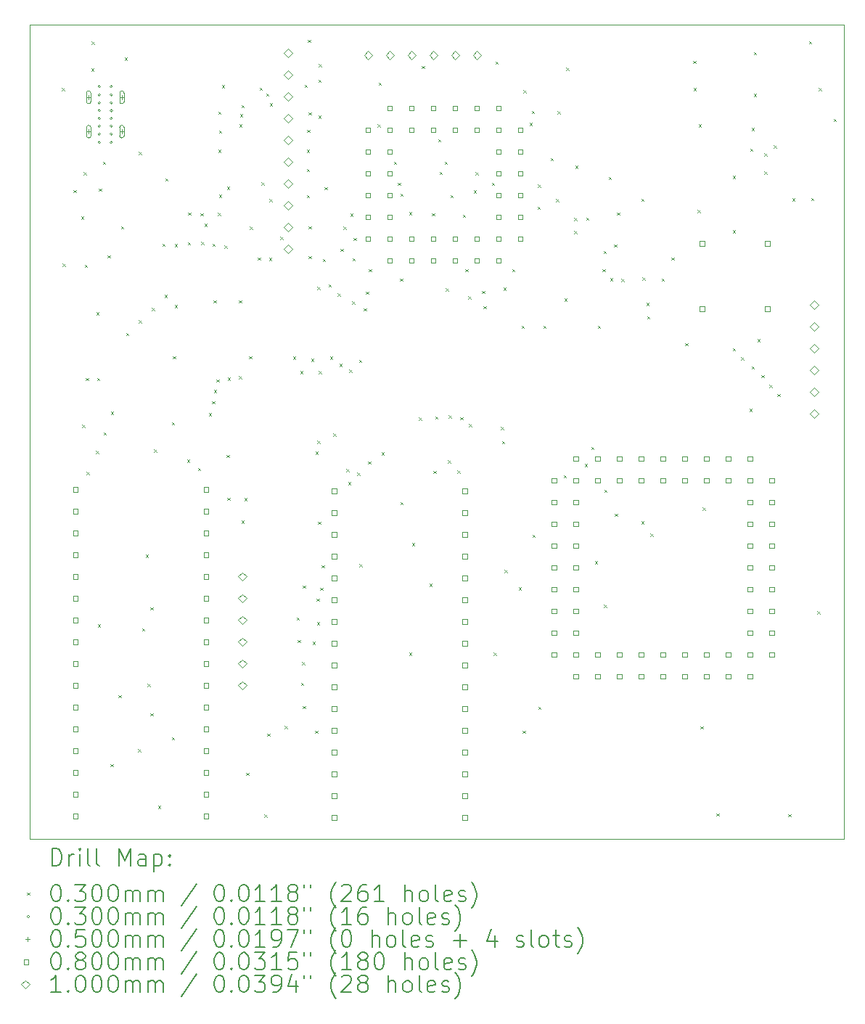
<source format=gbr>
%TF.GenerationSoftware,KiCad,Pcbnew,8.0.8-8.0.8-0~ubuntu24.04.1*%
%TF.CreationDate,2025-02-16T17:21:07-06:00*%
%TF.ProjectId,SingleBoardComputer,53696e67-6c65-4426-9f61-7264436f6d70,2.0*%
%TF.SameCoordinates,Original*%
%TF.FileFunction,Drillmap*%
%TF.FilePolarity,Positive*%
%FSLAX45Y45*%
G04 Gerber Fmt 4.5, Leading zero omitted, Abs format (unit mm)*
G04 Created by KiCad (PCBNEW 8.0.8-8.0.8-0~ubuntu24.04.1) date 2025-02-16 17:21:07*
%MOMM*%
%LPD*%
G01*
G04 APERTURE LIST*
%ADD10C,0.050000*%
%ADD11C,0.200000*%
%ADD12C,0.100000*%
G04 APERTURE END LIST*
D10*
X10286020Y-4334020D02*
X19786020Y-4334020D01*
X19786020Y-13834020D01*
X10286020Y-13834020D01*
X10286020Y-4334020D01*
D11*
D12*
X10660000Y-5075000D02*
X10690000Y-5105000D01*
X10690000Y-5075000D02*
X10660000Y-5105000D01*
X10668240Y-7122400D02*
X10698240Y-7152400D01*
X10698240Y-7122400D02*
X10668240Y-7152400D01*
X10793000Y-6265000D02*
X10823000Y-6295000D01*
X10823000Y-6265000D02*
X10793000Y-6295000D01*
X10882500Y-6575000D02*
X10912500Y-6605000D01*
X10912500Y-6575000D02*
X10882500Y-6605000D01*
X10899000Y-9004000D02*
X10929000Y-9034000D01*
X10929000Y-9004000D02*
X10899000Y-9034000D01*
X10915000Y-6055000D02*
X10945000Y-6085000D01*
X10945000Y-6055000D02*
X10915000Y-6085000D01*
X10924780Y-7135100D02*
X10954780Y-7165100D01*
X10954780Y-7135100D02*
X10924780Y-7165100D01*
X10939020Y-8455900D02*
X10969020Y-8485900D01*
X10969020Y-8455900D02*
X10939020Y-8485900D01*
X10949440Y-9555600D02*
X10979440Y-9585600D01*
X10979440Y-9555600D02*
X10949440Y-9585600D01*
X11000980Y-4846560D02*
X11030980Y-4876560D01*
X11030980Y-4846560D02*
X11000980Y-4876560D01*
X11005000Y-4535000D02*
X11035000Y-4565000D01*
X11035000Y-4535000D02*
X11005000Y-4565000D01*
X11057500Y-9307500D02*
X11087500Y-9337500D01*
X11087500Y-9307500D02*
X11057500Y-9337500D01*
X11061490Y-7692490D02*
X11091490Y-7722490D01*
X11091490Y-7692490D02*
X11061490Y-7722490D01*
X11068994Y-8458500D02*
X11098994Y-8488500D01*
X11098994Y-8458500D02*
X11068994Y-8488500D01*
X11077500Y-11333720D02*
X11107500Y-11363720D01*
X11107500Y-11333720D02*
X11077500Y-11363720D01*
X11089540Y-6247500D02*
X11119540Y-6277500D01*
X11119540Y-6247500D02*
X11089540Y-6277500D01*
X11138140Y-5933680D02*
X11168140Y-5963680D01*
X11168140Y-5933680D02*
X11138140Y-5963680D01*
X11145625Y-9091712D02*
X11175625Y-9121712D01*
X11175625Y-9091712D02*
X11145625Y-9121712D01*
X11193020Y-7025880D02*
X11223020Y-7055880D01*
X11223020Y-7025880D02*
X11193020Y-7055880D01*
X11225000Y-12962500D02*
X11255000Y-12992500D01*
X11255000Y-12962500D02*
X11225000Y-12992500D01*
X11232500Y-8852500D02*
X11262500Y-8882500D01*
X11262500Y-8852500D02*
X11232500Y-8882500D01*
X11322500Y-12157500D02*
X11352500Y-12187500D01*
X11352500Y-12157500D02*
X11322500Y-12187500D01*
X11351000Y-6687000D02*
X11381000Y-6717000D01*
X11381000Y-6687000D02*
X11351000Y-6717000D01*
X11392000Y-4719000D02*
X11422000Y-4749000D01*
X11422000Y-4719000D02*
X11392000Y-4749000D01*
X11407500Y-7933344D02*
X11437500Y-7963344D01*
X11437500Y-7933344D02*
X11407500Y-7963344D01*
X11550000Y-12787500D02*
X11580000Y-12817500D01*
X11580000Y-12787500D02*
X11550000Y-12817500D01*
X11557020Y-5820000D02*
X11587020Y-5850000D01*
X11587020Y-5820000D02*
X11557020Y-5850000D01*
X11557772Y-7784728D02*
X11587772Y-7814728D01*
X11587772Y-7784728D02*
X11557772Y-7814728D01*
X11596000Y-11377000D02*
X11626000Y-11407000D01*
X11626000Y-11377000D02*
X11596000Y-11407000D01*
X11638000Y-10518000D02*
X11668000Y-10548000D01*
X11668000Y-10518000D02*
X11638000Y-10548000D01*
X11657500Y-12025000D02*
X11687500Y-12055000D01*
X11687500Y-12025000D02*
X11657500Y-12055000D01*
X11691000Y-12370000D02*
X11721000Y-12400000D01*
X11721000Y-12370000D02*
X11691000Y-12400000D01*
X11695000Y-11132500D02*
X11725000Y-11162500D01*
X11725000Y-11132500D02*
X11695000Y-11162500D01*
X11710597Y-7639506D02*
X11740597Y-7669506D01*
X11740597Y-7639506D02*
X11710597Y-7669506D01*
X11737000Y-9291000D02*
X11767000Y-9321000D01*
X11767000Y-9291000D02*
X11737000Y-9321000D01*
X11781000Y-13449000D02*
X11811000Y-13479000D01*
X11811000Y-13449000D02*
X11781000Y-13479000D01*
X11833426Y-6891260D02*
X11863426Y-6921260D01*
X11863426Y-6891260D02*
X11833426Y-6921260D01*
X11858320Y-7489180D02*
X11888320Y-7519180D01*
X11888320Y-7489180D02*
X11858320Y-7519180D01*
X11867020Y-6130000D02*
X11897020Y-6160000D01*
X11897020Y-6130000D02*
X11867020Y-6160000D01*
X11942500Y-8971726D02*
X11972500Y-9001726D01*
X11972500Y-8971726D02*
X11942500Y-9001726D01*
X11942500Y-12650000D02*
X11972500Y-12680000D01*
X11972500Y-12650000D02*
X11942500Y-12680000D01*
X11957020Y-8205000D02*
X11987020Y-8235000D01*
X11987020Y-8205000D02*
X11957020Y-8235000D01*
X11977020Y-7607881D02*
X12007020Y-7637881D01*
X12007020Y-7607881D02*
X11977020Y-7637881D01*
X11977270Y-6893800D02*
X12007270Y-6923800D01*
X12007270Y-6893800D02*
X11977270Y-6923800D01*
X12120000Y-9410000D02*
X12150000Y-9440000D01*
X12150000Y-9410000D02*
X12120000Y-9440000D01*
X12127681Y-6872421D02*
X12157681Y-6902421D01*
X12157681Y-6872421D02*
X12127681Y-6902421D01*
X12135000Y-6528379D02*
X12165000Y-6558379D01*
X12165000Y-6528379D02*
X12135000Y-6558379D01*
X12248120Y-9507460D02*
X12278120Y-9537460D01*
X12278120Y-9507460D02*
X12248120Y-9537460D01*
X12278600Y-6535660D02*
X12308600Y-6565660D01*
X12308600Y-6535660D02*
X12278600Y-6565660D01*
X12283680Y-6869020D02*
X12313680Y-6899020D01*
X12313680Y-6869020D02*
X12283680Y-6899020D01*
X12324320Y-6657580D02*
X12354320Y-6687580D01*
X12354320Y-6657580D02*
X12324320Y-6687580D01*
X12375171Y-8867329D02*
X12405171Y-8897329D01*
X12405171Y-8867329D02*
X12375171Y-8897329D01*
X12410992Y-8727500D02*
X12440992Y-8757500D01*
X12440992Y-8727500D02*
X12410992Y-8757500D01*
X12415760Y-6891260D02*
X12445760Y-6921260D01*
X12445760Y-6891260D02*
X12415760Y-6921260D01*
X12428876Y-7552076D02*
X12458876Y-7582076D01*
X12458876Y-7552076D02*
X12428876Y-7582076D01*
X12431876Y-8598384D02*
X12461876Y-8628384D01*
X12461876Y-8598384D02*
X12431876Y-8628384D01*
X12464243Y-8472477D02*
X12494243Y-8502477D01*
X12494243Y-8472477D02*
X12464243Y-8502477D01*
X12481800Y-6533120D02*
X12511800Y-6563120D01*
X12511800Y-6533120D02*
X12481800Y-6563120D01*
X12484164Y-5792663D02*
X12514164Y-5822663D01*
X12514164Y-5792663D02*
X12484164Y-5822663D01*
X12484429Y-5348743D02*
X12514429Y-5378743D01*
X12514429Y-5348743D02*
X12484429Y-5378743D01*
X12492930Y-5570408D02*
X12522930Y-5600408D01*
X12522930Y-5570408D02*
X12492930Y-5600408D01*
X12493076Y-6317784D02*
X12523076Y-6347784D01*
X12523076Y-6317784D02*
X12493076Y-6347784D01*
X12525000Y-5040000D02*
X12555000Y-5070000D01*
X12555000Y-5040000D02*
X12525000Y-5070000D01*
X12558000Y-6911580D02*
X12588000Y-6941580D01*
X12588000Y-6911580D02*
X12558000Y-6941580D01*
X12580496Y-9355496D02*
X12610496Y-9385496D01*
X12610496Y-9355496D02*
X12580496Y-9385496D01*
X12585000Y-6225860D02*
X12615000Y-6255860D01*
X12615000Y-6225860D02*
X12585000Y-6255860D01*
X12590000Y-9855000D02*
X12620000Y-9885000D01*
X12620000Y-9855000D02*
X12590000Y-9885000D01*
X12593879Y-8453621D02*
X12623879Y-8483621D01*
X12623879Y-8453621D02*
X12593879Y-8483621D01*
X12725770Y-8437020D02*
X12755770Y-8467020D01*
X12755770Y-8437020D02*
X12725770Y-8467020D01*
X12726226Y-7551074D02*
X12756226Y-7581074D01*
X12756226Y-7551074D02*
X12726226Y-7581074D01*
X12731020Y-5499020D02*
X12761020Y-5529020D01*
X12761020Y-5499020D02*
X12731020Y-5529020D01*
X12739445Y-5377265D02*
X12769445Y-5407265D01*
X12769445Y-5377265D02*
X12739445Y-5407265D01*
X12756529Y-5273020D02*
X12786529Y-5303020D01*
X12786529Y-5273020D02*
X12756529Y-5303020D01*
X12757000Y-10122000D02*
X12787000Y-10152000D01*
X12787000Y-10122000D02*
X12757000Y-10152000D01*
X12790000Y-9857000D02*
X12820000Y-9887000D01*
X12820000Y-9857000D02*
X12790000Y-9887000D01*
X12812500Y-13062500D02*
X12842500Y-13092500D01*
X12842500Y-13062500D02*
X12812500Y-13092500D01*
X12845020Y-8205000D02*
X12875020Y-8235000D01*
X12875020Y-8205000D02*
X12845020Y-8235000D01*
X12852500Y-6690000D02*
X12882500Y-6720000D01*
X12882500Y-6690000D02*
X12852500Y-6720000D01*
X12947303Y-7051071D02*
X12977303Y-7081071D01*
X12977303Y-7051071D02*
X12947303Y-7081071D01*
X12967755Y-5069729D02*
X12997755Y-5099729D01*
X12997755Y-5069729D02*
X12967755Y-5099729D01*
X12988000Y-6177520D02*
X13018000Y-6207520D01*
X13018000Y-6177520D02*
X12988000Y-6207520D01*
X13024000Y-13552000D02*
X13054000Y-13582000D01*
X13054000Y-13552000D02*
X13024000Y-13582000D01*
X13042372Y-5136304D02*
X13072372Y-5166304D01*
X13072372Y-5136304D02*
X13042372Y-5166304D01*
X13055000Y-12607500D02*
X13085000Y-12637500D01*
X13085000Y-12607500D02*
X13055000Y-12637500D01*
X13077398Y-7053820D02*
X13107398Y-7083820D01*
X13107398Y-7053820D02*
X13077398Y-7083820D01*
X13081240Y-6370760D02*
X13111240Y-6400760D01*
X13111240Y-6370760D02*
X13081240Y-6400760D01*
X13083780Y-5250420D02*
X13113780Y-5280420D01*
X13113780Y-5250420D02*
X13083780Y-5280420D01*
X13206201Y-6811020D02*
X13236201Y-6841020D01*
X13236201Y-6811020D02*
X13206201Y-6841020D01*
X13257987Y-12518686D02*
X13287987Y-12548686D01*
X13287987Y-12518686D02*
X13257987Y-12548686D01*
X13356847Y-8208153D02*
X13386847Y-8238153D01*
X13386847Y-8208153D02*
X13356847Y-8238153D01*
X13397500Y-11250000D02*
X13427500Y-11280000D01*
X13427500Y-11250000D02*
X13397500Y-11280000D01*
X13410000Y-11512500D02*
X13440000Y-11542500D01*
X13440000Y-11512500D02*
X13410000Y-11542500D01*
X13440240Y-8375000D02*
X13470240Y-8405000D01*
X13470240Y-8375000D02*
X13440240Y-8405000D01*
X13450000Y-12015000D02*
X13480000Y-12045000D01*
X13480000Y-12015000D02*
X13450000Y-12045000D01*
X13462500Y-11772500D02*
X13492500Y-11802500D01*
X13492500Y-11772500D02*
X13462500Y-11802500D01*
X13470000Y-12282500D02*
X13500000Y-12312500D01*
X13500000Y-12282500D02*
X13470000Y-12312500D01*
X13472400Y-10879060D02*
X13502400Y-10909060D01*
X13502400Y-10879060D02*
X13472400Y-10909060D01*
X13492500Y-5037500D02*
X13522500Y-5067500D01*
X13522500Y-5037500D02*
X13492500Y-5067500D01*
X13519000Y-5793980D02*
X13549000Y-5823980D01*
X13549000Y-5793980D02*
X13519000Y-5823980D01*
X13519000Y-6017500D02*
X13549000Y-6047500D01*
X13549000Y-6017500D02*
X13519000Y-6047500D01*
X13519000Y-6323160D02*
X13549000Y-6353160D01*
X13549000Y-6323160D02*
X13519000Y-6353160D01*
X13521454Y-5563020D02*
X13551454Y-5593020D01*
X13551454Y-5563020D02*
X13521454Y-5593020D01*
X13532000Y-4511000D02*
X13562000Y-4541000D01*
X13562000Y-4511000D02*
X13532000Y-4541000D01*
X13536516Y-7033170D02*
X13566516Y-7063170D01*
X13566516Y-7033170D02*
X13536516Y-7063170D01*
X13537690Y-6687310D02*
X13567690Y-6717310D01*
X13567690Y-6687310D02*
X13537690Y-6717310D01*
X13539570Y-5358230D02*
X13569570Y-5388230D01*
X13569570Y-5358230D02*
X13539570Y-5388230D01*
X13567497Y-8234408D02*
X13597497Y-8264408D01*
X13597497Y-8234408D02*
X13567497Y-8264408D01*
X13585000Y-11535000D02*
X13615000Y-11565000D01*
X13615000Y-11535000D02*
X13585000Y-11565000D01*
X13614640Y-12573240D02*
X13644640Y-12603240D01*
X13644640Y-12573240D02*
X13614640Y-12603240D01*
X13618496Y-9318618D02*
X13648496Y-9348618D01*
X13648496Y-9318618D02*
X13618496Y-9348618D01*
X13630747Y-11029724D02*
X13660747Y-11059724D01*
X13660747Y-11029724D02*
X13630747Y-11059724D01*
X13637500Y-11307500D02*
X13667500Y-11337500D01*
X13667500Y-11307500D02*
X13637500Y-11337500D01*
X13639766Y-7393507D02*
X13669766Y-7423507D01*
X13669766Y-7393507D02*
X13639766Y-7423507D01*
X13640040Y-9187500D02*
X13670040Y-9217500D01*
X13670040Y-9187500D02*
X13640040Y-9217500D01*
X13650200Y-10132300D02*
X13680200Y-10162300D01*
X13680200Y-10132300D02*
X13650200Y-10162300D01*
X13652000Y-4976020D02*
X13682000Y-5006020D01*
X13682000Y-4976020D02*
X13652000Y-5006020D01*
X13653000Y-5395200D02*
X13683000Y-5425200D01*
X13683000Y-5395200D02*
X13653000Y-5425200D01*
X13655280Y-8374620D02*
X13685280Y-8404620D01*
X13685280Y-8374620D02*
X13655280Y-8404620D01*
X13656000Y-4797000D02*
X13686000Y-4827000D01*
X13686000Y-4797000D02*
X13656000Y-4827000D01*
X13676000Y-10905000D02*
X13706000Y-10935000D01*
X13706000Y-10905000D02*
X13676000Y-10935000D01*
X13690000Y-10640000D02*
X13720000Y-10670000D01*
X13720000Y-10640000D02*
X13690000Y-10670000D01*
X13702240Y-7067760D02*
X13732240Y-7097760D01*
X13732240Y-7067760D02*
X13702240Y-7097760D01*
X13723860Y-6229026D02*
X13753860Y-6259026D01*
X13753860Y-6229026D02*
X13723860Y-6259026D01*
X13772454Y-7364034D02*
X13802454Y-7394034D01*
X13802454Y-7364034D02*
X13772454Y-7394034D01*
X13789900Y-8209520D02*
X13819900Y-8239520D01*
X13819900Y-8209520D02*
X13789900Y-8239520D01*
X13825460Y-9103600D02*
X13855460Y-9133600D01*
X13855460Y-9103600D02*
X13825460Y-9133600D01*
X13878017Y-7471859D02*
X13908017Y-7501859D01*
X13908017Y-7471859D02*
X13878017Y-7501859D01*
X13899172Y-8292887D02*
X13929172Y-8322887D01*
X13929172Y-8292887D02*
X13899172Y-8322887D01*
X13910000Y-6950000D02*
X13940000Y-6980000D01*
X13940000Y-6950000D02*
X13910000Y-6980000D01*
X13945000Y-6690000D02*
X13975000Y-6720000D01*
X13975000Y-6690000D02*
X13945000Y-6720000D01*
X13980400Y-9517620D02*
X14010400Y-9547620D01*
X14010400Y-9517620D02*
X13980400Y-9547620D01*
X13998180Y-9672560D02*
X14028180Y-9702560D01*
X14028180Y-9672560D02*
X13998180Y-9702560D01*
X14010880Y-8359380D02*
X14040880Y-8389380D01*
X14040880Y-8359380D02*
X14010880Y-8389380D01*
X14026120Y-6538200D02*
X14056120Y-6568200D01*
X14056120Y-6538200D02*
X14026120Y-6568200D01*
X14047500Y-7565000D02*
X14077500Y-7595000D01*
X14077500Y-7565000D02*
X14047500Y-7595000D01*
X14052500Y-7060000D02*
X14082500Y-7090000D01*
X14082500Y-7060000D02*
X14052500Y-7090000D01*
X14061250Y-6823750D02*
X14091250Y-6853750D01*
X14091250Y-6823750D02*
X14061250Y-6853750D01*
X14107500Y-9562480D02*
X14137500Y-9592480D01*
X14137500Y-9562480D02*
X14107500Y-9592480D01*
X14126007Y-8244227D02*
X14156007Y-8274227D01*
X14156007Y-8244227D02*
X14126007Y-8274227D01*
X14130260Y-10627600D02*
X14160260Y-10657600D01*
X14160260Y-10627600D02*
X14130260Y-10657600D01*
X14180061Y-7645000D02*
X14210061Y-7675000D01*
X14210061Y-7645000D02*
X14180061Y-7675000D01*
X14206460Y-7450060D02*
X14236460Y-7480060D01*
X14236460Y-7450060D02*
X14206460Y-7480060D01*
X14231860Y-9432015D02*
X14261860Y-9462015D01*
X14261860Y-9432015D02*
X14231860Y-9462015D01*
X14240000Y-7185900D02*
X14270000Y-7215900D01*
X14270000Y-7185900D02*
X14240000Y-7215900D01*
X14343108Y-5497731D02*
X14373108Y-5527731D01*
X14373108Y-5497731D02*
X14343108Y-5527731D01*
X14356000Y-5011000D02*
X14386000Y-5041000D01*
X14386000Y-5011000D02*
X14356000Y-5041000D01*
X14389340Y-9327015D02*
X14419340Y-9357015D01*
X14419340Y-9327015D02*
X14389340Y-9357015D01*
X14534120Y-5932166D02*
X14564120Y-5962166D01*
X14564120Y-5932166D02*
X14534120Y-5962166D01*
X14578000Y-6180000D02*
X14608000Y-6210000D01*
X14608000Y-6180000D02*
X14578000Y-6210000D01*
X14605240Y-7297660D02*
X14635240Y-7327660D01*
X14635240Y-7297660D02*
X14605240Y-7327660D01*
X14607780Y-6307060D02*
X14637780Y-6337060D01*
X14637780Y-6307060D02*
X14607780Y-6337060D01*
X14610000Y-9906000D02*
X14640000Y-9936000D01*
X14640000Y-9906000D02*
X14610000Y-9936000D01*
X14710325Y-6522825D02*
X14740325Y-6552825D01*
X14740325Y-6522825D02*
X14710325Y-6552825D01*
X14713000Y-11661000D02*
X14743000Y-11691000D01*
X14743000Y-11661000D02*
X14713000Y-11691000D01*
X14746000Y-10384000D02*
X14776000Y-10414000D01*
X14776000Y-10384000D02*
X14746000Y-10414000D01*
X14826220Y-8918180D02*
X14856220Y-8948180D01*
X14856220Y-8918180D02*
X14826220Y-8948180D01*
X14860000Y-4817500D02*
X14890000Y-4847500D01*
X14890000Y-4817500D02*
X14860000Y-4847500D01*
X14950000Y-10857500D02*
X14980000Y-10887500D01*
X14980000Y-10857500D02*
X14950000Y-10887500D01*
X14976885Y-6534855D02*
X15006885Y-6564855D01*
X15006885Y-6534855D02*
X14976885Y-6564855D01*
X14995000Y-9541946D02*
X15025000Y-9571946D01*
X15025000Y-9541946D02*
X14995000Y-9571946D01*
X15017404Y-8906164D02*
X15047404Y-8936164D01*
X15047404Y-8906164D02*
X15017404Y-8936164D01*
X15048328Y-5669968D02*
X15078328Y-5699968D01*
X15078328Y-5669968D02*
X15048328Y-5699968D01*
X15068316Y-6051499D02*
X15098316Y-6081499D01*
X15098316Y-6051499D02*
X15068316Y-6081499D01*
X15124680Y-5934353D02*
X15154680Y-5964353D01*
X15154680Y-5934353D02*
X15124680Y-5964353D01*
X15140405Y-7413725D02*
X15170405Y-7443725D01*
X15170405Y-7413725D02*
X15140405Y-7443725D01*
X15164226Y-9419562D02*
X15194226Y-9449562D01*
X15194226Y-9419562D02*
X15164226Y-9449562D01*
X15174200Y-8895320D02*
X15204200Y-8925320D01*
X15204200Y-8895320D02*
X15174200Y-8925320D01*
X15192000Y-6322500D02*
X15222000Y-6352500D01*
X15222000Y-6322500D02*
X15192000Y-6352500D01*
X15272500Y-9537500D02*
X15302500Y-9567500D01*
X15302500Y-9537500D02*
X15272500Y-9567500D01*
X15307216Y-8912858D02*
X15337216Y-8942858D01*
X15337216Y-8912858D02*
X15307216Y-8942858D01*
X15337447Y-6553440D02*
X15367447Y-6583440D01*
X15367447Y-6553440D02*
X15337447Y-6583440D01*
X15367240Y-7188933D02*
X15397240Y-7218933D01*
X15397240Y-7188933D02*
X15367240Y-7218933D01*
X15402800Y-7505940D02*
X15432800Y-7535940D01*
X15432800Y-7505940D02*
X15402800Y-7535940D01*
X15407880Y-8996920D02*
X15437880Y-9026920D01*
X15437880Y-8996920D02*
X15407880Y-9026920D01*
X15462900Y-6268771D02*
X15492900Y-6298771D01*
X15492900Y-6268771D02*
X15462900Y-6298771D01*
X15484080Y-6057280D02*
X15514080Y-6087280D01*
X15514080Y-6057280D02*
X15484080Y-6087280D01*
X15563623Y-7439252D02*
X15593623Y-7469252D01*
X15593623Y-7439252D02*
X15563623Y-7469252D01*
X15578060Y-7620000D02*
X15608060Y-7650000D01*
X15608060Y-7620000D02*
X15578060Y-7650000D01*
X15674580Y-6180060D02*
X15704580Y-6210060D01*
X15704580Y-6180060D02*
X15674580Y-6210060D01*
X15698000Y-11663000D02*
X15728000Y-11693000D01*
X15728000Y-11663000D02*
X15698000Y-11693000D01*
X15717500Y-4765000D02*
X15747500Y-4795000D01*
X15747500Y-4765000D02*
X15717500Y-4795000D01*
X15781910Y-9030590D02*
X15811910Y-9060590D01*
X15811910Y-9030590D02*
X15781910Y-9060590D01*
X15796304Y-9192402D02*
X15826304Y-9222402D01*
X15826304Y-9192402D02*
X15796304Y-9222402D01*
X15810567Y-7402019D02*
X15840567Y-7432019D01*
X15840567Y-7402019D02*
X15810567Y-7432019D01*
X15825000Y-10695000D02*
X15855000Y-10725000D01*
X15855000Y-10695000D02*
X15825000Y-10725000D01*
X15913340Y-7188440D02*
X15943340Y-7218440D01*
X15943340Y-7188440D02*
X15913340Y-7218440D01*
X15988500Y-10898500D02*
X16018500Y-10928500D01*
X16018500Y-10898500D02*
X15988500Y-10928500D01*
X16024725Y-7847500D02*
X16054725Y-7877500D01*
X16054725Y-7847500D02*
X16024725Y-7877500D01*
X16037800Y-12570700D02*
X16067800Y-12600700D01*
X16067800Y-12570700D02*
X16037800Y-12600700D01*
X16042880Y-5098020D02*
X16072880Y-5128020D01*
X16072880Y-5098020D02*
X16042880Y-5128020D01*
X16116540Y-5481560D02*
X16146540Y-5511560D01*
X16146540Y-5481560D02*
X16116540Y-5511560D01*
X16141900Y-5341900D02*
X16171900Y-5371900D01*
X16171900Y-5341900D02*
X16141900Y-5371900D01*
X16149560Y-10285000D02*
X16179560Y-10315000D01*
X16179560Y-10285000D02*
X16149560Y-10315000D01*
X16211140Y-6460020D02*
X16241140Y-6490020D01*
X16241140Y-6460020D02*
X16211140Y-6490020D01*
X16214660Y-6199900D02*
X16244660Y-6229900D01*
X16244660Y-6199900D02*
X16214660Y-6229900D01*
X16218140Y-12291300D02*
X16248140Y-12321300D01*
X16248140Y-12291300D02*
X16218140Y-12321300D01*
X16276000Y-7847500D02*
X16306000Y-7877500D01*
X16306000Y-7847500D02*
X16276000Y-7877500D01*
X16360380Y-5893040D02*
X16390380Y-5923040D01*
X16390380Y-5893040D02*
X16360380Y-5923040D01*
X16424034Y-6370560D02*
X16454034Y-6400560D01*
X16454034Y-6370560D02*
X16424034Y-6400560D01*
X16442000Y-5347000D02*
X16472000Y-5377000D01*
X16472000Y-5347000D02*
X16442000Y-5377000D01*
X16513000Y-9590013D02*
X16543000Y-9620013D01*
X16543000Y-9590013D02*
X16513000Y-9620013D01*
X16521260Y-7529000D02*
X16551260Y-7559000D01*
X16551260Y-7529000D02*
X16521260Y-7559000D01*
X16542500Y-4837500D02*
X16572500Y-4867500D01*
X16572500Y-4837500D02*
X16542500Y-4867500D01*
X16635560Y-6590020D02*
X16665560Y-6620020D01*
X16665560Y-6590020D02*
X16635560Y-6620020D01*
X16635888Y-6741049D02*
X16665888Y-6771049D01*
X16665888Y-6741049D02*
X16635888Y-6771049D01*
X16650000Y-5982500D02*
X16680000Y-6012500D01*
X16680000Y-5982500D02*
X16650000Y-6012500D01*
X16761700Y-9461740D02*
X16791700Y-9491740D01*
X16791700Y-9461740D02*
X16761700Y-9491740D01*
X16778059Y-6584026D02*
X16808059Y-6614026D01*
X16808059Y-6584026D02*
X16778059Y-6614026D01*
X16835360Y-9260000D02*
X16865360Y-9290000D01*
X16865360Y-9260000D02*
X16835360Y-9290000D01*
X16877500Y-10593931D02*
X16907500Y-10623931D01*
X16907500Y-10593931D02*
X16877500Y-10623931D01*
X16911560Y-7847500D02*
X16941560Y-7877500D01*
X16941560Y-7847500D02*
X16911560Y-7877500D01*
X16967440Y-7187500D02*
X16997440Y-7217500D01*
X16997440Y-7187500D02*
X16967440Y-7217500D01*
X16980000Y-6975000D02*
X17010000Y-7005000D01*
X17010000Y-6975000D02*
X16980000Y-7005000D01*
X16985000Y-11102580D02*
X17015000Y-11132580D01*
X17015000Y-11102580D02*
X16985000Y-11132580D01*
X16990300Y-9761460D02*
X17020300Y-9791460D01*
X17020300Y-9761460D02*
X16990300Y-9791460D01*
X17040000Y-6110000D02*
X17070000Y-6140000D01*
X17070000Y-6110000D02*
X17040000Y-6140000D01*
X17057500Y-7295000D02*
X17087500Y-7325000D01*
X17087500Y-7295000D02*
X17057500Y-7325000D01*
X17105000Y-6898000D02*
X17135000Y-6928000D01*
X17135000Y-6898000D02*
X17105000Y-6928000D01*
X17110000Y-10040000D02*
X17140000Y-10070000D01*
X17140000Y-10040000D02*
X17110000Y-10070000D01*
X17137500Y-6525731D02*
X17167500Y-6555731D01*
X17167500Y-6525731D02*
X17137500Y-6555731D01*
X17187400Y-7300094D02*
X17217400Y-7330094D01*
X17217400Y-7300094D02*
X17187400Y-7330094D01*
X17422000Y-10130000D02*
X17452000Y-10160000D01*
X17452000Y-10130000D02*
X17422000Y-10160000D01*
X17422100Y-6365480D02*
X17452100Y-6395480D01*
X17452100Y-6365480D02*
X17422100Y-6395480D01*
X17431000Y-7282569D02*
X17461000Y-7312569D01*
X17461000Y-7282569D02*
X17431000Y-7312569D01*
X17480520Y-7579600D02*
X17510520Y-7609600D01*
X17510520Y-7579600D02*
X17480520Y-7609600D01*
X17487938Y-7737505D02*
X17517938Y-7767505D01*
X17517938Y-7737505D02*
X17487938Y-7767505D01*
X17525000Y-10275000D02*
X17555000Y-10305000D01*
X17555000Y-10275000D02*
X17525000Y-10305000D01*
X17657700Y-7298500D02*
X17687700Y-7328500D01*
X17687700Y-7298500D02*
X17657700Y-7328500D01*
X17772000Y-7049995D02*
X17802000Y-7079995D01*
X17802000Y-7049995D02*
X17772000Y-7079995D01*
X17932500Y-8050000D02*
X17962500Y-8080000D01*
X17962500Y-8050000D02*
X17932500Y-8080000D01*
X18025000Y-4757500D02*
X18055000Y-4787500D01*
X18055000Y-4757500D02*
X18025000Y-4787500D01*
X18030000Y-5072500D02*
X18060000Y-5102500D01*
X18060000Y-5072500D02*
X18030000Y-5102500D01*
X18078871Y-6497094D02*
X18108871Y-6527094D01*
X18108871Y-6497094D02*
X18078871Y-6527094D01*
X18090000Y-5500000D02*
X18120000Y-5530000D01*
X18120000Y-5500000D02*
X18090000Y-5530000D01*
X18109000Y-12521000D02*
X18139000Y-12551000D01*
X18139000Y-12521000D02*
X18109000Y-12551000D01*
X18135000Y-9970000D02*
X18165000Y-10000000D01*
X18165000Y-9970000D02*
X18135000Y-10000000D01*
X18296000Y-13536000D02*
X18326000Y-13566000D01*
X18326000Y-13536000D02*
X18296000Y-13566000D01*
X18486000Y-6733000D02*
X18516000Y-6763000D01*
X18516000Y-6733000D02*
X18486000Y-6763000D01*
X18487500Y-8110000D02*
X18517500Y-8140000D01*
X18517500Y-8110000D02*
X18487500Y-8140000D01*
X18488000Y-6101000D02*
X18518000Y-6131000D01*
X18518000Y-6101000D02*
X18488000Y-6131000D01*
X18585000Y-8215000D02*
X18615000Y-8245000D01*
X18615000Y-8215000D02*
X18585000Y-8245000D01*
X18682500Y-8817500D02*
X18712500Y-8847500D01*
X18712500Y-8817500D02*
X18682500Y-8847500D01*
X18690000Y-5780000D02*
X18720000Y-5810000D01*
X18720000Y-5780000D02*
X18690000Y-5810000D01*
X18707370Y-8320000D02*
X18737370Y-8350000D01*
X18737370Y-8320000D02*
X18707370Y-8350000D01*
X18707480Y-5540020D02*
X18737480Y-5570020D01*
X18737480Y-5540020D02*
X18707480Y-5570020D01*
X18731020Y-5144020D02*
X18761020Y-5174020D01*
X18761020Y-5144020D02*
X18731020Y-5174020D01*
X18732500Y-4655000D02*
X18762500Y-4685000D01*
X18762500Y-4655000D02*
X18732500Y-4685000D01*
X18776000Y-8005000D02*
X18806000Y-8035000D01*
X18806000Y-8005000D02*
X18776000Y-8035000D01*
X18822600Y-8424531D02*
X18852600Y-8454531D01*
X18852600Y-8424531D02*
X18822600Y-8454531D01*
X18856020Y-5837500D02*
X18886020Y-5867500D01*
X18886020Y-5837500D02*
X18856020Y-5867500D01*
X18856020Y-6050000D02*
X18886020Y-6080000D01*
X18886020Y-6050000D02*
X18856020Y-6080000D01*
X18916120Y-8536420D02*
X18946120Y-8566420D01*
X18946120Y-8536420D02*
X18916120Y-8566420D01*
X18967500Y-5745000D02*
X18997500Y-5775000D01*
X18997500Y-5745000D02*
X18967500Y-5775000D01*
X19007969Y-8641630D02*
X19037969Y-8671630D01*
X19037969Y-8641630D02*
X19007969Y-8671630D01*
X19137000Y-13546000D02*
X19167000Y-13576000D01*
X19167000Y-13546000D02*
X19137000Y-13576000D01*
X19182500Y-6362500D02*
X19212500Y-6392500D01*
X19212500Y-6362500D02*
X19182500Y-6392500D01*
X19375000Y-4530270D02*
X19405000Y-4560270D01*
X19405000Y-4530270D02*
X19375000Y-4560270D01*
X19400000Y-6357500D02*
X19430000Y-6387500D01*
X19430000Y-6357500D02*
X19400000Y-6387500D01*
X19475000Y-11180000D02*
X19505000Y-11210000D01*
X19505000Y-11180000D02*
X19475000Y-11210000D01*
X19492500Y-5072500D02*
X19522500Y-5102500D01*
X19522500Y-5072500D02*
X19492500Y-5102500D01*
X19665000Y-5435000D02*
X19695000Y-5465000D01*
X19695000Y-5435000D02*
X19665000Y-5465000D01*
X11111020Y-5059020D02*
G75*
G02*
X11081020Y-5059020I-15000J0D01*
G01*
X11081020Y-5059020D02*
G75*
G02*
X11111020Y-5059020I15000J0D01*
G01*
X11111020Y-5154020D02*
G75*
G02*
X11081020Y-5154020I-15000J0D01*
G01*
X11081020Y-5154020D02*
G75*
G02*
X11111020Y-5154020I15000J0D01*
G01*
X11111020Y-5249020D02*
G75*
G02*
X11081020Y-5249020I-15000J0D01*
G01*
X11081020Y-5249020D02*
G75*
G02*
X11111020Y-5249020I15000J0D01*
G01*
X11111020Y-5339020D02*
G75*
G02*
X11081020Y-5339020I-15000J0D01*
G01*
X11081020Y-5339020D02*
G75*
G02*
X11111020Y-5339020I15000J0D01*
G01*
X11111020Y-5429020D02*
G75*
G02*
X11081020Y-5429020I-15000J0D01*
G01*
X11081020Y-5429020D02*
G75*
G02*
X11111020Y-5429020I15000J0D01*
G01*
X11111020Y-5519020D02*
G75*
G02*
X11081020Y-5519020I-15000J0D01*
G01*
X11081020Y-5519020D02*
G75*
G02*
X11111020Y-5519020I15000J0D01*
G01*
X11111020Y-5614020D02*
G75*
G02*
X11081020Y-5614020I-15000J0D01*
G01*
X11081020Y-5614020D02*
G75*
G02*
X11111020Y-5614020I15000J0D01*
G01*
X11111020Y-5709020D02*
G75*
G02*
X11081020Y-5709020I-15000J0D01*
G01*
X11081020Y-5709020D02*
G75*
G02*
X11111020Y-5709020I15000J0D01*
G01*
X11251020Y-5059020D02*
G75*
G02*
X11221020Y-5059020I-15000J0D01*
G01*
X11221020Y-5059020D02*
G75*
G02*
X11251020Y-5059020I15000J0D01*
G01*
X11251020Y-5154020D02*
G75*
G02*
X11221020Y-5154020I-15000J0D01*
G01*
X11221020Y-5154020D02*
G75*
G02*
X11251020Y-5154020I15000J0D01*
G01*
X11251020Y-5249020D02*
G75*
G02*
X11221020Y-5249020I-15000J0D01*
G01*
X11221020Y-5249020D02*
G75*
G02*
X11251020Y-5249020I15000J0D01*
G01*
X11251020Y-5339020D02*
G75*
G02*
X11221020Y-5339020I-15000J0D01*
G01*
X11221020Y-5339020D02*
G75*
G02*
X11251020Y-5339020I15000J0D01*
G01*
X11251020Y-5429020D02*
G75*
G02*
X11221020Y-5429020I-15000J0D01*
G01*
X11221020Y-5429020D02*
G75*
G02*
X11251020Y-5429020I15000J0D01*
G01*
X11251020Y-5519020D02*
G75*
G02*
X11221020Y-5519020I-15000J0D01*
G01*
X11221020Y-5519020D02*
G75*
G02*
X11251020Y-5519020I15000J0D01*
G01*
X11251020Y-5614020D02*
G75*
G02*
X11221020Y-5614020I-15000J0D01*
G01*
X11221020Y-5614020D02*
G75*
G02*
X11251020Y-5614020I15000J0D01*
G01*
X11251020Y-5709020D02*
G75*
G02*
X11221020Y-5709020I-15000J0D01*
G01*
X11221020Y-5709020D02*
G75*
G02*
X11251020Y-5709020I15000J0D01*
G01*
X10973020Y-5159020D02*
X10973020Y-5209020D01*
X10948020Y-5184020D02*
X10998020Y-5184020D01*
X10998020Y-5234020D02*
X10998020Y-5134020D01*
X10948020Y-5134020D02*
G75*
G02*
X10998020Y-5134020I25000J0D01*
G01*
X10948020Y-5134020D02*
X10948020Y-5234020D01*
X10948020Y-5234020D02*
G75*
G03*
X10998020Y-5234020I25000J0D01*
G01*
X10973020Y-5559020D02*
X10973020Y-5609020D01*
X10948020Y-5584020D02*
X10998020Y-5584020D01*
X10998020Y-5634020D02*
X10998020Y-5534020D01*
X10948020Y-5534020D02*
G75*
G02*
X10998020Y-5534020I25000J0D01*
G01*
X10948020Y-5534020D02*
X10948020Y-5634020D01*
X10948020Y-5634020D02*
G75*
G03*
X10998020Y-5634020I25000J0D01*
G01*
X11359020Y-5159020D02*
X11359020Y-5209020D01*
X11334020Y-5184020D02*
X11384020Y-5184020D01*
X11384020Y-5234020D02*
X11384020Y-5134020D01*
X11334020Y-5134020D02*
G75*
G02*
X11384020Y-5134020I25000J0D01*
G01*
X11334020Y-5134020D02*
X11334020Y-5234020D01*
X11334020Y-5234020D02*
G75*
G03*
X11384020Y-5234020I25000J0D01*
G01*
X11359020Y-5559020D02*
X11359020Y-5609020D01*
X11334020Y-5584020D02*
X11384020Y-5584020D01*
X11384020Y-5634020D02*
X11384020Y-5534020D01*
X11334020Y-5534020D02*
G75*
G02*
X11384020Y-5534020I25000J0D01*
G01*
X11334020Y-5534020D02*
X11334020Y-5634020D01*
X11334020Y-5634020D02*
G75*
G03*
X11384020Y-5634020I25000J0D01*
G01*
X10846785Y-9785285D02*
X10846785Y-9728716D01*
X10790216Y-9728716D01*
X10790216Y-9785285D01*
X10846785Y-9785285D01*
X10846785Y-10039285D02*
X10846785Y-9982716D01*
X10790216Y-9982716D01*
X10790216Y-10039285D01*
X10846785Y-10039285D01*
X10846785Y-10293285D02*
X10846785Y-10236716D01*
X10790216Y-10236716D01*
X10790216Y-10293285D01*
X10846785Y-10293285D01*
X10846785Y-10547285D02*
X10846785Y-10490716D01*
X10790216Y-10490716D01*
X10790216Y-10547285D01*
X10846785Y-10547285D01*
X10846785Y-10801285D02*
X10846785Y-10744716D01*
X10790216Y-10744716D01*
X10790216Y-10801285D01*
X10846785Y-10801285D01*
X10846785Y-11055285D02*
X10846785Y-10998716D01*
X10790216Y-10998716D01*
X10790216Y-11055285D01*
X10846785Y-11055285D01*
X10846785Y-11309284D02*
X10846785Y-11252715D01*
X10790216Y-11252715D01*
X10790216Y-11309284D01*
X10846785Y-11309284D01*
X10846785Y-11563284D02*
X10846785Y-11506715D01*
X10790216Y-11506715D01*
X10790216Y-11563284D01*
X10846785Y-11563284D01*
X10846785Y-11817284D02*
X10846785Y-11760715D01*
X10790216Y-11760715D01*
X10790216Y-11817284D01*
X10846785Y-11817284D01*
X10846785Y-12071284D02*
X10846785Y-12014715D01*
X10790216Y-12014715D01*
X10790216Y-12071284D01*
X10846785Y-12071284D01*
X10846785Y-12325284D02*
X10846785Y-12268715D01*
X10790216Y-12268715D01*
X10790216Y-12325284D01*
X10846785Y-12325284D01*
X10846785Y-12579284D02*
X10846785Y-12522715D01*
X10790216Y-12522715D01*
X10790216Y-12579284D01*
X10846785Y-12579284D01*
X10846785Y-12833284D02*
X10846785Y-12776715D01*
X10790216Y-12776715D01*
X10790216Y-12833284D01*
X10846785Y-12833284D01*
X10846785Y-13087284D02*
X10846785Y-13030715D01*
X10790216Y-13030715D01*
X10790216Y-13087284D01*
X10846785Y-13087284D01*
X10846785Y-13341284D02*
X10846785Y-13284715D01*
X10790216Y-13284715D01*
X10790216Y-13341284D01*
X10846785Y-13341284D01*
X10846785Y-13595284D02*
X10846785Y-13538715D01*
X10790216Y-13538715D01*
X10790216Y-13595284D01*
X10846785Y-13595284D01*
X12370784Y-9785285D02*
X12370784Y-9728716D01*
X12314215Y-9728716D01*
X12314215Y-9785285D01*
X12370784Y-9785285D01*
X12370784Y-10039285D02*
X12370784Y-9982716D01*
X12314215Y-9982716D01*
X12314215Y-10039285D01*
X12370784Y-10039285D01*
X12370784Y-10293285D02*
X12370784Y-10236716D01*
X12314215Y-10236716D01*
X12314215Y-10293285D01*
X12370784Y-10293285D01*
X12370784Y-10547285D02*
X12370784Y-10490716D01*
X12314215Y-10490716D01*
X12314215Y-10547285D01*
X12370784Y-10547285D01*
X12370784Y-10801285D02*
X12370784Y-10744716D01*
X12314215Y-10744716D01*
X12314215Y-10801285D01*
X12370784Y-10801285D01*
X12370784Y-11055285D02*
X12370784Y-10998716D01*
X12314215Y-10998716D01*
X12314215Y-11055285D01*
X12370784Y-11055285D01*
X12370784Y-11309284D02*
X12370784Y-11252715D01*
X12314215Y-11252715D01*
X12314215Y-11309284D01*
X12370784Y-11309284D01*
X12370784Y-11563284D02*
X12370784Y-11506715D01*
X12314215Y-11506715D01*
X12314215Y-11563284D01*
X12370784Y-11563284D01*
X12370784Y-11817284D02*
X12370784Y-11760715D01*
X12314215Y-11760715D01*
X12314215Y-11817284D01*
X12370784Y-11817284D01*
X12370784Y-12071284D02*
X12370784Y-12014715D01*
X12314215Y-12014715D01*
X12314215Y-12071284D01*
X12370784Y-12071284D01*
X12370784Y-12325284D02*
X12370784Y-12268715D01*
X12314215Y-12268715D01*
X12314215Y-12325284D01*
X12370784Y-12325284D01*
X12370784Y-12579284D02*
X12370784Y-12522715D01*
X12314215Y-12522715D01*
X12314215Y-12579284D01*
X12370784Y-12579284D01*
X12370784Y-12833284D02*
X12370784Y-12776715D01*
X12314215Y-12776715D01*
X12314215Y-12833284D01*
X12370784Y-12833284D01*
X12370784Y-13087284D02*
X12370784Y-13030715D01*
X12314215Y-13030715D01*
X12314215Y-13087284D01*
X12370784Y-13087284D01*
X12370784Y-13341284D02*
X12370784Y-13284715D01*
X12314215Y-13284715D01*
X12314215Y-13341284D01*
X12370784Y-13341284D01*
X12370784Y-13595284D02*
X12370784Y-13538715D01*
X12314215Y-13538715D01*
X12314215Y-13595284D01*
X12370784Y-13595284D01*
X13865864Y-9802305D02*
X13865864Y-9745736D01*
X13809295Y-9745736D01*
X13809295Y-9802305D01*
X13865864Y-9802305D01*
X13865864Y-10056305D02*
X13865864Y-9999736D01*
X13809295Y-9999736D01*
X13809295Y-10056305D01*
X13865864Y-10056305D01*
X13865864Y-10310305D02*
X13865864Y-10253736D01*
X13809295Y-10253736D01*
X13809295Y-10310305D01*
X13865864Y-10310305D01*
X13865864Y-10564305D02*
X13865864Y-10507736D01*
X13809295Y-10507736D01*
X13809295Y-10564305D01*
X13865864Y-10564305D01*
X13865864Y-10818305D02*
X13865864Y-10761736D01*
X13809295Y-10761736D01*
X13809295Y-10818305D01*
X13865864Y-10818305D01*
X13865864Y-11072305D02*
X13865864Y-11015736D01*
X13809295Y-11015736D01*
X13809295Y-11072305D01*
X13865864Y-11072305D01*
X13865864Y-11326304D02*
X13865864Y-11269735D01*
X13809295Y-11269735D01*
X13809295Y-11326304D01*
X13865864Y-11326304D01*
X13865864Y-11580304D02*
X13865864Y-11523735D01*
X13809295Y-11523735D01*
X13809295Y-11580304D01*
X13865864Y-11580304D01*
X13865864Y-11834304D02*
X13865864Y-11777735D01*
X13809295Y-11777735D01*
X13809295Y-11834304D01*
X13865864Y-11834304D01*
X13865864Y-12088304D02*
X13865864Y-12031735D01*
X13809295Y-12031735D01*
X13809295Y-12088304D01*
X13865864Y-12088304D01*
X13865864Y-12342304D02*
X13865864Y-12285735D01*
X13809295Y-12285735D01*
X13809295Y-12342304D01*
X13865864Y-12342304D01*
X13865864Y-12596304D02*
X13865864Y-12539735D01*
X13809295Y-12539735D01*
X13809295Y-12596304D01*
X13865864Y-12596304D01*
X13865864Y-12850304D02*
X13865864Y-12793735D01*
X13809295Y-12793735D01*
X13809295Y-12850304D01*
X13865864Y-12850304D01*
X13865864Y-13104304D02*
X13865864Y-13047735D01*
X13809295Y-13047735D01*
X13809295Y-13104304D01*
X13865864Y-13104304D01*
X13865864Y-13358304D02*
X13865864Y-13301735D01*
X13809295Y-13301735D01*
X13809295Y-13358304D01*
X13865864Y-13358304D01*
X13865864Y-13612304D02*
X13865864Y-13555735D01*
X13809295Y-13555735D01*
X13809295Y-13612304D01*
X13865864Y-13612304D01*
X14260304Y-5592305D02*
X14260304Y-5535736D01*
X14203735Y-5535736D01*
X14203735Y-5592305D01*
X14260304Y-5592305D01*
X14260304Y-5846304D02*
X14260304Y-5789735D01*
X14203735Y-5789735D01*
X14203735Y-5846304D01*
X14260304Y-5846304D01*
X14260304Y-6100304D02*
X14260304Y-6043735D01*
X14203735Y-6043735D01*
X14203735Y-6100304D01*
X14260304Y-6100304D01*
X14260304Y-6354304D02*
X14260304Y-6297735D01*
X14203735Y-6297735D01*
X14203735Y-6354304D01*
X14260304Y-6354304D01*
X14260304Y-6608304D02*
X14260304Y-6551735D01*
X14203735Y-6551735D01*
X14203735Y-6608304D01*
X14260304Y-6608304D01*
X14260304Y-6862304D02*
X14260304Y-6805735D01*
X14203735Y-6805735D01*
X14203735Y-6862304D01*
X14260304Y-6862304D01*
X14514304Y-5338305D02*
X14514304Y-5281736D01*
X14457735Y-5281736D01*
X14457735Y-5338305D01*
X14514304Y-5338305D01*
X14514304Y-5592305D02*
X14514304Y-5535736D01*
X14457735Y-5535736D01*
X14457735Y-5592305D01*
X14514304Y-5592305D01*
X14514304Y-5846304D02*
X14514304Y-5789735D01*
X14457735Y-5789735D01*
X14457735Y-5846304D01*
X14514304Y-5846304D01*
X14514304Y-6100304D02*
X14514304Y-6043735D01*
X14457735Y-6043735D01*
X14457735Y-6100304D01*
X14514304Y-6100304D01*
X14514304Y-6354304D02*
X14514304Y-6297735D01*
X14457735Y-6297735D01*
X14457735Y-6354304D01*
X14514304Y-6354304D01*
X14514304Y-6608304D02*
X14514304Y-6551735D01*
X14457735Y-6551735D01*
X14457735Y-6608304D01*
X14514304Y-6608304D01*
X14514304Y-6862304D02*
X14514304Y-6805735D01*
X14457735Y-6805735D01*
X14457735Y-6862304D01*
X14514304Y-6862304D01*
X14514304Y-7116304D02*
X14514304Y-7059735D01*
X14457735Y-7059735D01*
X14457735Y-7116304D01*
X14514304Y-7116304D01*
X14768304Y-5338305D02*
X14768304Y-5281736D01*
X14711735Y-5281736D01*
X14711735Y-5338305D01*
X14768304Y-5338305D01*
X14768304Y-5592305D02*
X14768304Y-5535736D01*
X14711735Y-5535736D01*
X14711735Y-5592305D01*
X14768304Y-5592305D01*
X14768304Y-6862304D02*
X14768304Y-6805735D01*
X14711735Y-6805735D01*
X14711735Y-6862304D01*
X14768304Y-6862304D01*
X14768304Y-7116304D02*
X14768304Y-7059735D01*
X14711735Y-7059735D01*
X14711735Y-7116304D01*
X14768304Y-7116304D01*
X15022304Y-5338305D02*
X15022304Y-5281736D01*
X14965735Y-5281736D01*
X14965735Y-5338305D01*
X15022304Y-5338305D01*
X15022304Y-5592305D02*
X15022304Y-5535736D01*
X14965735Y-5535736D01*
X14965735Y-5592305D01*
X15022304Y-5592305D01*
X15022304Y-6862304D02*
X15022304Y-6805735D01*
X14965735Y-6805735D01*
X14965735Y-6862304D01*
X15022304Y-6862304D01*
X15022304Y-7116304D02*
X15022304Y-7059735D01*
X14965735Y-7059735D01*
X14965735Y-7116304D01*
X15022304Y-7116304D01*
X15276304Y-5338305D02*
X15276304Y-5281736D01*
X15219735Y-5281736D01*
X15219735Y-5338305D01*
X15276304Y-5338305D01*
X15276304Y-5592305D02*
X15276304Y-5535736D01*
X15219735Y-5535736D01*
X15219735Y-5592305D01*
X15276304Y-5592305D01*
X15276304Y-6862304D02*
X15276304Y-6805735D01*
X15219735Y-6805735D01*
X15219735Y-6862304D01*
X15276304Y-6862304D01*
X15276304Y-7116304D02*
X15276304Y-7059735D01*
X15219735Y-7059735D01*
X15219735Y-7116304D01*
X15276304Y-7116304D01*
X15389864Y-9802305D02*
X15389864Y-9745736D01*
X15333295Y-9745736D01*
X15333295Y-9802305D01*
X15389864Y-9802305D01*
X15389864Y-10056305D02*
X15389864Y-9999736D01*
X15333295Y-9999736D01*
X15333295Y-10056305D01*
X15389864Y-10056305D01*
X15389864Y-10310305D02*
X15389864Y-10253736D01*
X15333295Y-10253736D01*
X15333295Y-10310305D01*
X15389864Y-10310305D01*
X15389864Y-10564305D02*
X15389864Y-10507736D01*
X15333295Y-10507736D01*
X15333295Y-10564305D01*
X15389864Y-10564305D01*
X15389864Y-10818305D02*
X15389864Y-10761736D01*
X15333295Y-10761736D01*
X15333295Y-10818305D01*
X15389864Y-10818305D01*
X15389864Y-11072305D02*
X15389864Y-11015736D01*
X15333295Y-11015736D01*
X15333295Y-11072305D01*
X15389864Y-11072305D01*
X15389864Y-11326304D02*
X15389864Y-11269735D01*
X15333295Y-11269735D01*
X15333295Y-11326304D01*
X15389864Y-11326304D01*
X15389864Y-11580304D02*
X15389864Y-11523735D01*
X15333295Y-11523735D01*
X15333295Y-11580304D01*
X15389864Y-11580304D01*
X15389864Y-11834304D02*
X15389864Y-11777735D01*
X15333295Y-11777735D01*
X15333295Y-11834304D01*
X15389864Y-11834304D01*
X15389864Y-12088304D02*
X15389864Y-12031735D01*
X15333295Y-12031735D01*
X15333295Y-12088304D01*
X15389864Y-12088304D01*
X15389864Y-12342304D02*
X15389864Y-12285735D01*
X15333295Y-12285735D01*
X15333295Y-12342304D01*
X15389864Y-12342304D01*
X15389864Y-12596304D02*
X15389864Y-12539735D01*
X15333295Y-12539735D01*
X15333295Y-12596304D01*
X15389864Y-12596304D01*
X15389864Y-12850304D02*
X15389864Y-12793735D01*
X15333295Y-12793735D01*
X15333295Y-12850304D01*
X15389864Y-12850304D01*
X15389864Y-13104304D02*
X15389864Y-13047735D01*
X15333295Y-13047735D01*
X15333295Y-13104304D01*
X15389864Y-13104304D01*
X15389864Y-13358304D02*
X15389864Y-13301735D01*
X15333295Y-13301735D01*
X15333295Y-13358304D01*
X15389864Y-13358304D01*
X15389864Y-13612304D02*
X15389864Y-13555735D01*
X15333295Y-13555735D01*
X15333295Y-13612304D01*
X15389864Y-13612304D01*
X15530304Y-5338305D02*
X15530304Y-5281736D01*
X15473735Y-5281736D01*
X15473735Y-5338305D01*
X15530304Y-5338305D01*
X15530304Y-5592305D02*
X15530304Y-5535736D01*
X15473735Y-5535736D01*
X15473735Y-5592305D01*
X15530304Y-5592305D01*
X15530304Y-6862304D02*
X15530304Y-6805735D01*
X15473735Y-6805735D01*
X15473735Y-6862304D01*
X15530304Y-6862304D01*
X15530304Y-7116304D02*
X15530304Y-7059735D01*
X15473735Y-7059735D01*
X15473735Y-7116304D01*
X15530304Y-7116304D01*
X15784304Y-5338305D02*
X15784304Y-5281736D01*
X15727735Y-5281736D01*
X15727735Y-5338305D01*
X15784304Y-5338305D01*
X15784304Y-5592305D02*
X15784304Y-5535736D01*
X15727735Y-5535736D01*
X15727735Y-5592305D01*
X15784304Y-5592305D01*
X15784304Y-5846304D02*
X15784304Y-5789735D01*
X15727735Y-5789735D01*
X15727735Y-5846304D01*
X15784304Y-5846304D01*
X15784304Y-6100304D02*
X15784304Y-6043735D01*
X15727735Y-6043735D01*
X15727735Y-6100304D01*
X15784304Y-6100304D01*
X15784304Y-6354304D02*
X15784304Y-6297735D01*
X15727735Y-6297735D01*
X15727735Y-6354304D01*
X15784304Y-6354304D01*
X15784304Y-6608304D02*
X15784304Y-6551735D01*
X15727735Y-6551735D01*
X15727735Y-6608304D01*
X15784304Y-6608304D01*
X15784304Y-6862304D02*
X15784304Y-6805735D01*
X15727735Y-6805735D01*
X15727735Y-6862304D01*
X15784304Y-6862304D01*
X15784304Y-7116304D02*
X15784304Y-7059735D01*
X15727735Y-7059735D01*
X15727735Y-7116304D01*
X15784304Y-7116304D01*
X16038304Y-5592305D02*
X16038304Y-5535736D01*
X15981735Y-5535736D01*
X15981735Y-5592305D01*
X16038304Y-5592305D01*
X16038304Y-5846304D02*
X16038304Y-5789735D01*
X15981735Y-5789735D01*
X15981735Y-5846304D01*
X16038304Y-5846304D01*
X16038304Y-6100304D02*
X16038304Y-6043735D01*
X15981735Y-6043735D01*
X15981735Y-6100304D01*
X16038304Y-6100304D01*
X16038304Y-6354304D02*
X16038304Y-6297735D01*
X15981735Y-6297735D01*
X15981735Y-6354304D01*
X16038304Y-6354304D01*
X16038304Y-6608304D02*
X16038304Y-6551735D01*
X15981735Y-6551735D01*
X15981735Y-6608304D01*
X16038304Y-6608304D01*
X16038304Y-6862304D02*
X16038304Y-6805735D01*
X15981735Y-6805735D01*
X15981735Y-6862304D01*
X16038304Y-6862304D01*
X16429284Y-9682285D02*
X16429284Y-9625716D01*
X16372715Y-9625716D01*
X16372715Y-9682285D01*
X16429284Y-9682285D01*
X16429284Y-9936285D02*
X16429284Y-9879716D01*
X16372715Y-9879716D01*
X16372715Y-9936285D01*
X16429284Y-9936285D01*
X16429284Y-10190285D02*
X16429284Y-10133716D01*
X16372715Y-10133716D01*
X16372715Y-10190285D01*
X16429284Y-10190285D01*
X16429284Y-10444285D02*
X16429284Y-10387716D01*
X16372715Y-10387716D01*
X16372715Y-10444285D01*
X16429284Y-10444285D01*
X16429284Y-10698285D02*
X16429284Y-10641716D01*
X16372715Y-10641716D01*
X16372715Y-10698285D01*
X16429284Y-10698285D01*
X16429284Y-10952285D02*
X16429284Y-10895716D01*
X16372715Y-10895716D01*
X16372715Y-10952285D01*
X16429284Y-10952285D01*
X16429284Y-11206284D02*
X16429284Y-11149716D01*
X16372715Y-11149716D01*
X16372715Y-11206284D01*
X16429284Y-11206284D01*
X16429284Y-11460284D02*
X16429284Y-11403715D01*
X16372715Y-11403715D01*
X16372715Y-11460284D01*
X16429284Y-11460284D01*
X16429284Y-11714284D02*
X16429284Y-11657715D01*
X16372715Y-11657715D01*
X16372715Y-11714284D01*
X16429284Y-11714284D01*
X16683284Y-9428285D02*
X16683284Y-9371716D01*
X16626715Y-9371716D01*
X16626715Y-9428285D01*
X16683284Y-9428285D01*
X16683284Y-9682285D02*
X16683284Y-9625716D01*
X16626715Y-9625716D01*
X16626715Y-9682285D01*
X16683284Y-9682285D01*
X16683284Y-9936285D02*
X16683284Y-9879716D01*
X16626715Y-9879716D01*
X16626715Y-9936285D01*
X16683284Y-9936285D01*
X16683284Y-10190285D02*
X16683284Y-10133716D01*
X16626715Y-10133716D01*
X16626715Y-10190285D01*
X16683284Y-10190285D01*
X16683284Y-10444285D02*
X16683284Y-10387716D01*
X16626715Y-10387716D01*
X16626715Y-10444285D01*
X16683284Y-10444285D01*
X16683284Y-10698285D02*
X16683284Y-10641716D01*
X16626715Y-10641716D01*
X16626715Y-10698285D01*
X16683284Y-10698285D01*
X16683284Y-10952285D02*
X16683284Y-10895716D01*
X16626715Y-10895716D01*
X16626715Y-10952285D01*
X16683284Y-10952285D01*
X16683284Y-11206284D02*
X16683284Y-11149716D01*
X16626715Y-11149716D01*
X16626715Y-11206284D01*
X16683284Y-11206284D01*
X16683284Y-11460284D02*
X16683284Y-11403715D01*
X16626715Y-11403715D01*
X16626715Y-11460284D01*
X16683284Y-11460284D01*
X16683284Y-11714284D02*
X16683284Y-11657715D01*
X16626715Y-11657715D01*
X16626715Y-11714284D01*
X16683284Y-11714284D01*
X16683284Y-11968284D02*
X16683284Y-11911715D01*
X16626715Y-11911715D01*
X16626715Y-11968284D01*
X16683284Y-11968284D01*
X16937285Y-9428285D02*
X16937285Y-9371716D01*
X16880716Y-9371716D01*
X16880716Y-9428285D01*
X16937285Y-9428285D01*
X16937285Y-9682285D02*
X16937285Y-9625716D01*
X16880716Y-9625716D01*
X16880716Y-9682285D01*
X16937285Y-9682285D01*
X16937285Y-11714284D02*
X16937285Y-11657715D01*
X16880716Y-11657715D01*
X16880716Y-11714284D01*
X16937285Y-11714284D01*
X16937285Y-11968284D02*
X16937285Y-11911715D01*
X16880716Y-11911715D01*
X16880716Y-11968284D01*
X16937285Y-11968284D01*
X17191285Y-9428285D02*
X17191285Y-9371716D01*
X17134716Y-9371716D01*
X17134716Y-9428285D01*
X17191285Y-9428285D01*
X17191285Y-9682285D02*
X17191285Y-9625716D01*
X17134716Y-9625716D01*
X17134716Y-9682285D01*
X17191285Y-9682285D01*
X17191285Y-11714284D02*
X17191285Y-11657715D01*
X17134716Y-11657715D01*
X17134716Y-11714284D01*
X17191285Y-11714284D01*
X17191285Y-11968284D02*
X17191285Y-11911715D01*
X17134716Y-11911715D01*
X17134716Y-11968284D01*
X17191285Y-11968284D01*
X17445285Y-9428285D02*
X17445285Y-9371716D01*
X17388716Y-9371716D01*
X17388716Y-9428285D01*
X17445285Y-9428285D01*
X17445285Y-9682285D02*
X17445285Y-9625716D01*
X17388716Y-9625716D01*
X17388716Y-9682285D01*
X17445285Y-9682285D01*
X17445285Y-11714284D02*
X17445285Y-11657715D01*
X17388716Y-11657715D01*
X17388716Y-11714284D01*
X17445285Y-11714284D01*
X17445285Y-11968284D02*
X17445285Y-11911715D01*
X17388716Y-11911715D01*
X17388716Y-11968284D01*
X17445285Y-11968284D01*
X17699285Y-9428285D02*
X17699285Y-9371716D01*
X17642716Y-9371716D01*
X17642716Y-9428285D01*
X17699285Y-9428285D01*
X17699285Y-9682285D02*
X17699285Y-9625716D01*
X17642716Y-9625716D01*
X17642716Y-9682285D01*
X17699285Y-9682285D01*
X17699285Y-11714284D02*
X17699285Y-11657715D01*
X17642716Y-11657715D01*
X17642716Y-11714284D01*
X17699285Y-11714284D01*
X17699285Y-11968284D02*
X17699285Y-11911715D01*
X17642716Y-11911715D01*
X17642716Y-11968284D01*
X17699285Y-11968284D01*
X17953285Y-9428285D02*
X17953285Y-9371716D01*
X17896716Y-9371716D01*
X17896716Y-9428285D01*
X17953285Y-9428285D01*
X17953285Y-9682285D02*
X17953285Y-9625716D01*
X17896716Y-9625716D01*
X17896716Y-9682285D01*
X17953285Y-9682285D01*
X17953285Y-11714284D02*
X17953285Y-11657715D01*
X17896716Y-11657715D01*
X17896716Y-11714284D01*
X17953285Y-11714284D01*
X17953285Y-11968284D02*
X17953285Y-11911715D01*
X17896716Y-11911715D01*
X17896716Y-11968284D01*
X17953285Y-11968284D01*
X18157305Y-6916304D02*
X18157305Y-6859735D01*
X18100736Y-6859735D01*
X18100736Y-6916304D01*
X18157305Y-6916304D01*
X18157305Y-7678304D02*
X18157305Y-7621735D01*
X18100736Y-7621735D01*
X18100736Y-7678304D01*
X18157305Y-7678304D01*
X18207285Y-9428285D02*
X18207285Y-9371716D01*
X18150716Y-9371716D01*
X18150716Y-9428285D01*
X18207285Y-9428285D01*
X18207285Y-9682285D02*
X18207285Y-9625716D01*
X18150716Y-9625716D01*
X18150716Y-9682285D01*
X18207285Y-9682285D01*
X18207285Y-11714284D02*
X18207285Y-11657715D01*
X18150716Y-11657715D01*
X18150716Y-11714284D01*
X18207285Y-11714284D01*
X18207285Y-11968284D02*
X18207285Y-11911715D01*
X18150716Y-11911715D01*
X18150716Y-11968284D01*
X18207285Y-11968284D01*
X18461285Y-9428285D02*
X18461285Y-9371716D01*
X18404716Y-9371716D01*
X18404716Y-9428285D01*
X18461285Y-9428285D01*
X18461285Y-9682285D02*
X18461285Y-9625716D01*
X18404716Y-9625716D01*
X18404716Y-9682285D01*
X18461285Y-9682285D01*
X18461285Y-11714284D02*
X18461285Y-11657715D01*
X18404716Y-11657715D01*
X18404716Y-11714284D01*
X18461285Y-11714284D01*
X18461285Y-11968284D02*
X18461285Y-11911715D01*
X18404716Y-11911715D01*
X18404716Y-11968284D01*
X18461285Y-11968284D01*
X18715285Y-9428285D02*
X18715285Y-9371716D01*
X18658716Y-9371716D01*
X18658716Y-9428285D01*
X18715285Y-9428285D01*
X18715285Y-9682285D02*
X18715285Y-9625716D01*
X18658716Y-9625716D01*
X18658716Y-9682285D01*
X18715285Y-9682285D01*
X18715285Y-9936285D02*
X18715285Y-9879716D01*
X18658716Y-9879716D01*
X18658716Y-9936285D01*
X18715285Y-9936285D01*
X18715285Y-10190285D02*
X18715285Y-10133716D01*
X18658716Y-10133716D01*
X18658716Y-10190285D01*
X18715285Y-10190285D01*
X18715285Y-10444285D02*
X18715285Y-10387716D01*
X18658716Y-10387716D01*
X18658716Y-10444285D01*
X18715285Y-10444285D01*
X18715285Y-10698285D02*
X18715285Y-10641716D01*
X18658716Y-10641716D01*
X18658716Y-10698285D01*
X18715285Y-10698285D01*
X18715285Y-10952285D02*
X18715285Y-10895716D01*
X18658716Y-10895716D01*
X18658716Y-10952285D01*
X18715285Y-10952285D01*
X18715285Y-11206284D02*
X18715285Y-11149716D01*
X18658716Y-11149716D01*
X18658716Y-11206284D01*
X18715285Y-11206284D01*
X18715285Y-11460284D02*
X18715285Y-11403715D01*
X18658716Y-11403715D01*
X18658716Y-11460284D01*
X18715285Y-11460284D01*
X18715285Y-11714284D02*
X18715285Y-11657715D01*
X18658716Y-11657715D01*
X18658716Y-11714284D01*
X18715285Y-11714284D01*
X18715285Y-11968284D02*
X18715285Y-11911715D01*
X18658716Y-11911715D01*
X18658716Y-11968284D01*
X18715285Y-11968284D01*
X18919305Y-6916304D02*
X18919305Y-6859735D01*
X18862736Y-6859735D01*
X18862736Y-6916304D01*
X18919305Y-6916304D01*
X18919305Y-7678304D02*
X18919305Y-7621735D01*
X18862736Y-7621735D01*
X18862736Y-7678304D01*
X18919305Y-7678304D01*
X18969285Y-9682285D02*
X18969285Y-9625716D01*
X18912716Y-9625716D01*
X18912716Y-9682285D01*
X18969285Y-9682285D01*
X18969285Y-9936285D02*
X18969285Y-9879716D01*
X18912716Y-9879716D01*
X18912716Y-9936285D01*
X18969285Y-9936285D01*
X18969285Y-10190285D02*
X18969285Y-10133716D01*
X18912716Y-10133716D01*
X18912716Y-10190285D01*
X18969285Y-10190285D01*
X18969285Y-10444285D02*
X18969285Y-10387716D01*
X18912716Y-10387716D01*
X18912716Y-10444285D01*
X18969285Y-10444285D01*
X18969285Y-10698285D02*
X18969285Y-10641716D01*
X18912716Y-10641716D01*
X18912716Y-10698285D01*
X18969285Y-10698285D01*
X18969285Y-10952285D02*
X18969285Y-10895716D01*
X18912716Y-10895716D01*
X18912716Y-10952285D01*
X18969285Y-10952285D01*
X18969285Y-11206284D02*
X18969285Y-11149716D01*
X18912716Y-11149716D01*
X18912716Y-11206284D01*
X18969285Y-11206284D01*
X18969285Y-11460284D02*
X18969285Y-11403715D01*
X18912716Y-11403715D01*
X18912716Y-11460284D01*
X18969285Y-11460284D01*
X18969285Y-11714284D02*
X18969285Y-11657715D01*
X18912716Y-11657715D01*
X18912716Y-11714284D01*
X18969285Y-11714284D01*
X12767500Y-10825000D02*
X12817500Y-10775000D01*
X12767500Y-10725000D01*
X12717500Y-10775000D01*
X12767500Y-10825000D01*
X12767500Y-11079000D02*
X12817500Y-11029000D01*
X12767500Y-10979000D01*
X12717500Y-11029000D01*
X12767500Y-11079000D01*
X12767500Y-11333000D02*
X12817500Y-11283000D01*
X12767500Y-11233000D01*
X12717500Y-11283000D01*
X12767500Y-11333000D01*
X12767500Y-11587000D02*
X12817500Y-11537000D01*
X12767500Y-11487000D01*
X12717500Y-11537000D01*
X12767500Y-11587000D01*
X12767500Y-11841000D02*
X12817500Y-11791000D01*
X12767500Y-11741000D01*
X12717500Y-11791000D01*
X12767500Y-11841000D01*
X12767500Y-12095000D02*
X12817500Y-12045000D01*
X12767500Y-11995000D01*
X12717500Y-12045000D01*
X12767500Y-12095000D01*
X13301020Y-4717020D02*
X13351020Y-4667020D01*
X13301020Y-4617020D01*
X13251020Y-4667020D01*
X13301020Y-4717020D01*
X13301020Y-4971020D02*
X13351020Y-4921020D01*
X13301020Y-4871020D01*
X13251020Y-4921020D01*
X13301020Y-4971020D01*
X13301020Y-5225020D02*
X13351020Y-5175020D01*
X13301020Y-5125020D01*
X13251020Y-5175020D01*
X13301020Y-5225020D01*
X13301020Y-5479020D02*
X13351020Y-5429020D01*
X13301020Y-5379020D01*
X13251020Y-5429020D01*
X13301020Y-5479020D01*
X13301020Y-5733020D02*
X13351020Y-5683020D01*
X13301020Y-5633020D01*
X13251020Y-5683020D01*
X13301020Y-5733020D01*
X13301020Y-5987020D02*
X13351020Y-5937020D01*
X13301020Y-5887020D01*
X13251020Y-5937020D01*
X13301020Y-5987020D01*
X13301020Y-6241020D02*
X13351020Y-6191020D01*
X13301020Y-6141020D01*
X13251020Y-6191020D01*
X13301020Y-6241020D01*
X13301020Y-6495020D02*
X13351020Y-6445020D01*
X13301020Y-6395020D01*
X13251020Y-6445020D01*
X13301020Y-6495020D01*
X13301020Y-6749020D02*
X13351020Y-6699020D01*
X13301020Y-6649020D01*
X13251020Y-6699020D01*
X13301020Y-6749020D01*
X13301020Y-7003020D02*
X13351020Y-6953020D01*
X13301020Y-6903020D01*
X13251020Y-6953020D01*
X13301020Y-7003020D01*
X14235020Y-4739020D02*
X14285020Y-4689020D01*
X14235020Y-4639020D01*
X14185020Y-4689020D01*
X14235020Y-4739020D01*
X14489020Y-4739020D02*
X14539020Y-4689020D01*
X14489020Y-4639020D01*
X14439020Y-4689020D01*
X14489020Y-4739020D01*
X14743020Y-4739020D02*
X14793020Y-4689020D01*
X14743020Y-4639020D01*
X14693020Y-4689020D01*
X14743020Y-4739020D01*
X14997020Y-4739020D02*
X15047020Y-4689020D01*
X14997020Y-4639020D01*
X14947020Y-4689020D01*
X14997020Y-4739020D01*
X15251020Y-4739020D02*
X15301020Y-4689020D01*
X15251020Y-4639020D01*
X15201020Y-4689020D01*
X15251020Y-4739020D01*
X15505020Y-4739020D02*
X15555020Y-4689020D01*
X15505020Y-4639020D01*
X15455020Y-4689020D01*
X15505020Y-4739020D01*
X19437500Y-7652000D02*
X19487500Y-7602000D01*
X19437500Y-7552000D01*
X19387500Y-7602000D01*
X19437500Y-7652000D01*
X19437500Y-7906000D02*
X19487500Y-7856000D01*
X19437500Y-7806000D01*
X19387500Y-7856000D01*
X19437500Y-7906000D01*
X19437500Y-8160000D02*
X19487500Y-8110000D01*
X19437500Y-8060000D01*
X19387500Y-8110000D01*
X19437500Y-8160000D01*
X19437500Y-8414000D02*
X19487500Y-8364000D01*
X19437500Y-8314000D01*
X19387500Y-8364000D01*
X19437500Y-8414000D01*
X19437500Y-8668000D02*
X19487500Y-8618000D01*
X19437500Y-8568000D01*
X19387500Y-8618000D01*
X19437500Y-8668000D01*
X19437500Y-8922000D02*
X19487500Y-8872000D01*
X19437500Y-8822000D01*
X19387500Y-8872000D01*
X19437500Y-8922000D01*
D11*
X10544297Y-14148004D02*
X10544297Y-13948004D01*
X10544297Y-13948004D02*
X10591916Y-13948004D01*
X10591916Y-13948004D02*
X10620487Y-13957528D01*
X10620487Y-13957528D02*
X10639535Y-13976575D01*
X10639535Y-13976575D02*
X10649059Y-13995623D01*
X10649059Y-13995623D02*
X10658583Y-14033718D01*
X10658583Y-14033718D02*
X10658583Y-14062289D01*
X10658583Y-14062289D02*
X10649059Y-14100385D01*
X10649059Y-14100385D02*
X10639535Y-14119432D01*
X10639535Y-14119432D02*
X10620487Y-14138480D01*
X10620487Y-14138480D02*
X10591916Y-14148004D01*
X10591916Y-14148004D02*
X10544297Y-14148004D01*
X10744297Y-14148004D02*
X10744297Y-14014670D01*
X10744297Y-14052766D02*
X10753821Y-14033718D01*
X10753821Y-14033718D02*
X10763344Y-14024194D01*
X10763344Y-14024194D02*
X10782392Y-14014670D01*
X10782392Y-14014670D02*
X10801440Y-14014670D01*
X10868106Y-14148004D02*
X10868106Y-14014670D01*
X10868106Y-13948004D02*
X10858583Y-13957528D01*
X10858583Y-13957528D02*
X10868106Y-13967051D01*
X10868106Y-13967051D02*
X10877630Y-13957528D01*
X10877630Y-13957528D02*
X10868106Y-13948004D01*
X10868106Y-13948004D02*
X10868106Y-13967051D01*
X10991916Y-14148004D02*
X10972868Y-14138480D01*
X10972868Y-14138480D02*
X10963344Y-14119432D01*
X10963344Y-14119432D02*
X10963344Y-13948004D01*
X11096678Y-14148004D02*
X11077630Y-14138480D01*
X11077630Y-14138480D02*
X11068106Y-14119432D01*
X11068106Y-14119432D02*
X11068106Y-13948004D01*
X11325249Y-14148004D02*
X11325249Y-13948004D01*
X11325249Y-13948004D02*
X11391916Y-14090861D01*
X11391916Y-14090861D02*
X11458582Y-13948004D01*
X11458582Y-13948004D02*
X11458582Y-14148004D01*
X11639535Y-14148004D02*
X11639535Y-14043242D01*
X11639535Y-14043242D02*
X11630011Y-14024194D01*
X11630011Y-14024194D02*
X11610963Y-14014670D01*
X11610963Y-14014670D02*
X11572868Y-14014670D01*
X11572868Y-14014670D02*
X11553821Y-14024194D01*
X11639535Y-14138480D02*
X11620487Y-14148004D01*
X11620487Y-14148004D02*
X11572868Y-14148004D01*
X11572868Y-14148004D02*
X11553821Y-14138480D01*
X11553821Y-14138480D02*
X11544297Y-14119432D01*
X11544297Y-14119432D02*
X11544297Y-14100385D01*
X11544297Y-14100385D02*
X11553821Y-14081337D01*
X11553821Y-14081337D02*
X11572868Y-14071813D01*
X11572868Y-14071813D02*
X11620487Y-14071813D01*
X11620487Y-14071813D02*
X11639535Y-14062289D01*
X11734773Y-14014670D02*
X11734773Y-14214670D01*
X11734773Y-14024194D02*
X11753821Y-14014670D01*
X11753821Y-14014670D02*
X11791916Y-14014670D01*
X11791916Y-14014670D02*
X11810963Y-14024194D01*
X11810963Y-14024194D02*
X11820487Y-14033718D01*
X11820487Y-14033718D02*
X11830011Y-14052766D01*
X11830011Y-14052766D02*
X11830011Y-14109908D01*
X11830011Y-14109908D02*
X11820487Y-14128956D01*
X11820487Y-14128956D02*
X11810963Y-14138480D01*
X11810963Y-14138480D02*
X11791916Y-14148004D01*
X11791916Y-14148004D02*
X11753821Y-14148004D01*
X11753821Y-14148004D02*
X11734773Y-14138480D01*
X11915725Y-14128956D02*
X11925249Y-14138480D01*
X11925249Y-14138480D02*
X11915725Y-14148004D01*
X11915725Y-14148004D02*
X11906202Y-14138480D01*
X11906202Y-14138480D02*
X11915725Y-14128956D01*
X11915725Y-14128956D02*
X11915725Y-14148004D01*
X11915725Y-14024194D02*
X11925249Y-14033718D01*
X11925249Y-14033718D02*
X11915725Y-14043242D01*
X11915725Y-14043242D02*
X11906202Y-14033718D01*
X11906202Y-14033718D02*
X11915725Y-14024194D01*
X11915725Y-14024194D02*
X11915725Y-14043242D01*
D12*
X10253520Y-14461520D02*
X10283520Y-14491520D01*
X10283520Y-14461520D02*
X10253520Y-14491520D01*
D11*
X10582392Y-14368004D02*
X10601440Y-14368004D01*
X10601440Y-14368004D02*
X10620487Y-14377528D01*
X10620487Y-14377528D02*
X10630011Y-14387051D01*
X10630011Y-14387051D02*
X10639535Y-14406099D01*
X10639535Y-14406099D02*
X10649059Y-14444194D01*
X10649059Y-14444194D02*
X10649059Y-14491813D01*
X10649059Y-14491813D02*
X10639535Y-14529908D01*
X10639535Y-14529908D02*
X10630011Y-14548956D01*
X10630011Y-14548956D02*
X10620487Y-14558480D01*
X10620487Y-14558480D02*
X10601440Y-14568004D01*
X10601440Y-14568004D02*
X10582392Y-14568004D01*
X10582392Y-14568004D02*
X10563344Y-14558480D01*
X10563344Y-14558480D02*
X10553821Y-14548956D01*
X10553821Y-14548956D02*
X10544297Y-14529908D01*
X10544297Y-14529908D02*
X10534773Y-14491813D01*
X10534773Y-14491813D02*
X10534773Y-14444194D01*
X10534773Y-14444194D02*
X10544297Y-14406099D01*
X10544297Y-14406099D02*
X10553821Y-14387051D01*
X10553821Y-14387051D02*
X10563344Y-14377528D01*
X10563344Y-14377528D02*
X10582392Y-14368004D01*
X10734773Y-14548956D02*
X10744297Y-14558480D01*
X10744297Y-14558480D02*
X10734773Y-14568004D01*
X10734773Y-14568004D02*
X10725249Y-14558480D01*
X10725249Y-14558480D02*
X10734773Y-14548956D01*
X10734773Y-14548956D02*
X10734773Y-14568004D01*
X10810964Y-14368004D02*
X10934773Y-14368004D01*
X10934773Y-14368004D02*
X10868106Y-14444194D01*
X10868106Y-14444194D02*
X10896678Y-14444194D01*
X10896678Y-14444194D02*
X10915725Y-14453718D01*
X10915725Y-14453718D02*
X10925249Y-14463242D01*
X10925249Y-14463242D02*
X10934773Y-14482289D01*
X10934773Y-14482289D02*
X10934773Y-14529908D01*
X10934773Y-14529908D02*
X10925249Y-14548956D01*
X10925249Y-14548956D02*
X10915725Y-14558480D01*
X10915725Y-14558480D02*
X10896678Y-14568004D01*
X10896678Y-14568004D02*
X10839535Y-14568004D01*
X10839535Y-14568004D02*
X10820487Y-14558480D01*
X10820487Y-14558480D02*
X10810964Y-14548956D01*
X11058583Y-14368004D02*
X11077630Y-14368004D01*
X11077630Y-14368004D02*
X11096678Y-14377528D01*
X11096678Y-14377528D02*
X11106202Y-14387051D01*
X11106202Y-14387051D02*
X11115725Y-14406099D01*
X11115725Y-14406099D02*
X11125249Y-14444194D01*
X11125249Y-14444194D02*
X11125249Y-14491813D01*
X11125249Y-14491813D02*
X11115725Y-14529908D01*
X11115725Y-14529908D02*
X11106202Y-14548956D01*
X11106202Y-14548956D02*
X11096678Y-14558480D01*
X11096678Y-14558480D02*
X11077630Y-14568004D01*
X11077630Y-14568004D02*
X11058583Y-14568004D01*
X11058583Y-14568004D02*
X11039535Y-14558480D01*
X11039535Y-14558480D02*
X11030011Y-14548956D01*
X11030011Y-14548956D02*
X11020487Y-14529908D01*
X11020487Y-14529908D02*
X11010964Y-14491813D01*
X11010964Y-14491813D02*
X11010964Y-14444194D01*
X11010964Y-14444194D02*
X11020487Y-14406099D01*
X11020487Y-14406099D02*
X11030011Y-14387051D01*
X11030011Y-14387051D02*
X11039535Y-14377528D01*
X11039535Y-14377528D02*
X11058583Y-14368004D01*
X11249059Y-14368004D02*
X11268106Y-14368004D01*
X11268106Y-14368004D02*
X11287154Y-14377528D01*
X11287154Y-14377528D02*
X11296678Y-14387051D01*
X11296678Y-14387051D02*
X11306202Y-14406099D01*
X11306202Y-14406099D02*
X11315725Y-14444194D01*
X11315725Y-14444194D02*
X11315725Y-14491813D01*
X11315725Y-14491813D02*
X11306202Y-14529908D01*
X11306202Y-14529908D02*
X11296678Y-14548956D01*
X11296678Y-14548956D02*
X11287154Y-14558480D01*
X11287154Y-14558480D02*
X11268106Y-14568004D01*
X11268106Y-14568004D02*
X11249059Y-14568004D01*
X11249059Y-14568004D02*
X11230011Y-14558480D01*
X11230011Y-14558480D02*
X11220487Y-14548956D01*
X11220487Y-14548956D02*
X11210963Y-14529908D01*
X11210963Y-14529908D02*
X11201440Y-14491813D01*
X11201440Y-14491813D02*
X11201440Y-14444194D01*
X11201440Y-14444194D02*
X11210963Y-14406099D01*
X11210963Y-14406099D02*
X11220487Y-14387051D01*
X11220487Y-14387051D02*
X11230011Y-14377528D01*
X11230011Y-14377528D02*
X11249059Y-14368004D01*
X11401440Y-14568004D02*
X11401440Y-14434670D01*
X11401440Y-14453718D02*
X11410963Y-14444194D01*
X11410963Y-14444194D02*
X11430011Y-14434670D01*
X11430011Y-14434670D02*
X11458583Y-14434670D01*
X11458583Y-14434670D02*
X11477630Y-14444194D01*
X11477630Y-14444194D02*
X11487154Y-14463242D01*
X11487154Y-14463242D02*
X11487154Y-14568004D01*
X11487154Y-14463242D02*
X11496678Y-14444194D01*
X11496678Y-14444194D02*
X11515725Y-14434670D01*
X11515725Y-14434670D02*
X11544297Y-14434670D01*
X11544297Y-14434670D02*
X11563344Y-14444194D01*
X11563344Y-14444194D02*
X11572868Y-14463242D01*
X11572868Y-14463242D02*
X11572868Y-14568004D01*
X11668106Y-14568004D02*
X11668106Y-14434670D01*
X11668106Y-14453718D02*
X11677630Y-14444194D01*
X11677630Y-14444194D02*
X11696678Y-14434670D01*
X11696678Y-14434670D02*
X11725249Y-14434670D01*
X11725249Y-14434670D02*
X11744297Y-14444194D01*
X11744297Y-14444194D02*
X11753821Y-14463242D01*
X11753821Y-14463242D02*
X11753821Y-14568004D01*
X11753821Y-14463242D02*
X11763344Y-14444194D01*
X11763344Y-14444194D02*
X11782392Y-14434670D01*
X11782392Y-14434670D02*
X11810963Y-14434670D01*
X11810963Y-14434670D02*
X11830011Y-14444194D01*
X11830011Y-14444194D02*
X11839535Y-14463242D01*
X11839535Y-14463242D02*
X11839535Y-14568004D01*
X12230011Y-14358480D02*
X12058583Y-14615623D01*
X12487154Y-14368004D02*
X12506202Y-14368004D01*
X12506202Y-14368004D02*
X12525249Y-14377528D01*
X12525249Y-14377528D02*
X12534773Y-14387051D01*
X12534773Y-14387051D02*
X12544297Y-14406099D01*
X12544297Y-14406099D02*
X12553821Y-14444194D01*
X12553821Y-14444194D02*
X12553821Y-14491813D01*
X12553821Y-14491813D02*
X12544297Y-14529908D01*
X12544297Y-14529908D02*
X12534773Y-14548956D01*
X12534773Y-14548956D02*
X12525249Y-14558480D01*
X12525249Y-14558480D02*
X12506202Y-14568004D01*
X12506202Y-14568004D02*
X12487154Y-14568004D01*
X12487154Y-14568004D02*
X12468106Y-14558480D01*
X12468106Y-14558480D02*
X12458583Y-14548956D01*
X12458583Y-14548956D02*
X12449059Y-14529908D01*
X12449059Y-14529908D02*
X12439535Y-14491813D01*
X12439535Y-14491813D02*
X12439535Y-14444194D01*
X12439535Y-14444194D02*
X12449059Y-14406099D01*
X12449059Y-14406099D02*
X12458583Y-14387051D01*
X12458583Y-14387051D02*
X12468106Y-14377528D01*
X12468106Y-14377528D02*
X12487154Y-14368004D01*
X12639535Y-14548956D02*
X12649059Y-14558480D01*
X12649059Y-14558480D02*
X12639535Y-14568004D01*
X12639535Y-14568004D02*
X12630011Y-14558480D01*
X12630011Y-14558480D02*
X12639535Y-14548956D01*
X12639535Y-14548956D02*
X12639535Y-14568004D01*
X12772868Y-14368004D02*
X12791916Y-14368004D01*
X12791916Y-14368004D02*
X12810964Y-14377528D01*
X12810964Y-14377528D02*
X12820487Y-14387051D01*
X12820487Y-14387051D02*
X12830011Y-14406099D01*
X12830011Y-14406099D02*
X12839535Y-14444194D01*
X12839535Y-14444194D02*
X12839535Y-14491813D01*
X12839535Y-14491813D02*
X12830011Y-14529908D01*
X12830011Y-14529908D02*
X12820487Y-14548956D01*
X12820487Y-14548956D02*
X12810964Y-14558480D01*
X12810964Y-14558480D02*
X12791916Y-14568004D01*
X12791916Y-14568004D02*
X12772868Y-14568004D01*
X12772868Y-14568004D02*
X12753821Y-14558480D01*
X12753821Y-14558480D02*
X12744297Y-14548956D01*
X12744297Y-14548956D02*
X12734773Y-14529908D01*
X12734773Y-14529908D02*
X12725249Y-14491813D01*
X12725249Y-14491813D02*
X12725249Y-14444194D01*
X12725249Y-14444194D02*
X12734773Y-14406099D01*
X12734773Y-14406099D02*
X12744297Y-14387051D01*
X12744297Y-14387051D02*
X12753821Y-14377528D01*
X12753821Y-14377528D02*
X12772868Y-14368004D01*
X13030011Y-14568004D02*
X12915726Y-14568004D01*
X12972868Y-14568004D02*
X12972868Y-14368004D01*
X12972868Y-14368004D02*
X12953821Y-14396575D01*
X12953821Y-14396575D02*
X12934773Y-14415623D01*
X12934773Y-14415623D02*
X12915726Y-14425147D01*
X13220487Y-14568004D02*
X13106202Y-14568004D01*
X13163345Y-14568004D02*
X13163345Y-14368004D01*
X13163345Y-14368004D02*
X13144297Y-14396575D01*
X13144297Y-14396575D02*
X13125249Y-14415623D01*
X13125249Y-14415623D02*
X13106202Y-14425147D01*
X13334773Y-14453718D02*
X13315726Y-14444194D01*
X13315726Y-14444194D02*
X13306202Y-14434670D01*
X13306202Y-14434670D02*
X13296678Y-14415623D01*
X13296678Y-14415623D02*
X13296678Y-14406099D01*
X13296678Y-14406099D02*
X13306202Y-14387051D01*
X13306202Y-14387051D02*
X13315726Y-14377528D01*
X13315726Y-14377528D02*
X13334773Y-14368004D01*
X13334773Y-14368004D02*
X13372868Y-14368004D01*
X13372868Y-14368004D02*
X13391916Y-14377528D01*
X13391916Y-14377528D02*
X13401440Y-14387051D01*
X13401440Y-14387051D02*
X13410964Y-14406099D01*
X13410964Y-14406099D02*
X13410964Y-14415623D01*
X13410964Y-14415623D02*
X13401440Y-14434670D01*
X13401440Y-14434670D02*
X13391916Y-14444194D01*
X13391916Y-14444194D02*
X13372868Y-14453718D01*
X13372868Y-14453718D02*
X13334773Y-14453718D01*
X13334773Y-14453718D02*
X13315726Y-14463242D01*
X13315726Y-14463242D02*
X13306202Y-14472766D01*
X13306202Y-14472766D02*
X13296678Y-14491813D01*
X13296678Y-14491813D02*
X13296678Y-14529908D01*
X13296678Y-14529908D02*
X13306202Y-14548956D01*
X13306202Y-14548956D02*
X13315726Y-14558480D01*
X13315726Y-14558480D02*
X13334773Y-14568004D01*
X13334773Y-14568004D02*
X13372868Y-14568004D01*
X13372868Y-14568004D02*
X13391916Y-14558480D01*
X13391916Y-14558480D02*
X13401440Y-14548956D01*
X13401440Y-14548956D02*
X13410964Y-14529908D01*
X13410964Y-14529908D02*
X13410964Y-14491813D01*
X13410964Y-14491813D02*
X13401440Y-14472766D01*
X13401440Y-14472766D02*
X13391916Y-14463242D01*
X13391916Y-14463242D02*
X13372868Y-14453718D01*
X13487154Y-14368004D02*
X13487154Y-14406099D01*
X13563345Y-14368004D02*
X13563345Y-14406099D01*
X13858583Y-14644194D02*
X13849059Y-14634670D01*
X13849059Y-14634670D02*
X13830011Y-14606099D01*
X13830011Y-14606099D02*
X13820488Y-14587051D01*
X13820488Y-14587051D02*
X13810964Y-14558480D01*
X13810964Y-14558480D02*
X13801440Y-14510861D01*
X13801440Y-14510861D02*
X13801440Y-14472766D01*
X13801440Y-14472766D02*
X13810964Y-14425147D01*
X13810964Y-14425147D02*
X13820488Y-14396575D01*
X13820488Y-14396575D02*
X13830011Y-14377528D01*
X13830011Y-14377528D02*
X13849059Y-14348956D01*
X13849059Y-14348956D02*
X13858583Y-14339432D01*
X13925249Y-14387051D02*
X13934773Y-14377528D01*
X13934773Y-14377528D02*
X13953821Y-14368004D01*
X13953821Y-14368004D02*
X14001440Y-14368004D01*
X14001440Y-14368004D02*
X14020488Y-14377528D01*
X14020488Y-14377528D02*
X14030011Y-14387051D01*
X14030011Y-14387051D02*
X14039535Y-14406099D01*
X14039535Y-14406099D02*
X14039535Y-14425147D01*
X14039535Y-14425147D02*
X14030011Y-14453718D01*
X14030011Y-14453718D02*
X13915726Y-14568004D01*
X13915726Y-14568004D02*
X14039535Y-14568004D01*
X14210964Y-14368004D02*
X14172868Y-14368004D01*
X14172868Y-14368004D02*
X14153821Y-14377528D01*
X14153821Y-14377528D02*
X14144297Y-14387051D01*
X14144297Y-14387051D02*
X14125249Y-14415623D01*
X14125249Y-14415623D02*
X14115726Y-14453718D01*
X14115726Y-14453718D02*
X14115726Y-14529908D01*
X14115726Y-14529908D02*
X14125249Y-14548956D01*
X14125249Y-14548956D02*
X14134773Y-14558480D01*
X14134773Y-14558480D02*
X14153821Y-14568004D01*
X14153821Y-14568004D02*
X14191916Y-14568004D01*
X14191916Y-14568004D02*
X14210964Y-14558480D01*
X14210964Y-14558480D02*
X14220488Y-14548956D01*
X14220488Y-14548956D02*
X14230011Y-14529908D01*
X14230011Y-14529908D02*
X14230011Y-14482289D01*
X14230011Y-14482289D02*
X14220488Y-14463242D01*
X14220488Y-14463242D02*
X14210964Y-14453718D01*
X14210964Y-14453718D02*
X14191916Y-14444194D01*
X14191916Y-14444194D02*
X14153821Y-14444194D01*
X14153821Y-14444194D02*
X14134773Y-14453718D01*
X14134773Y-14453718D02*
X14125249Y-14463242D01*
X14125249Y-14463242D02*
X14115726Y-14482289D01*
X14420488Y-14568004D02*
X14306202Y-14568004D01*
X14363345Y-14568004D02*
X14363345Y-14368004D01*
X14363345Y-14368004D02*
X14344297Y-14396575D01*
X14344297Y-14396575D02*
X14325249Y-14415623D01*
X14325249Y-14415623D02*
X14306202Y-14425147D01*
X14658583Y-14568004D02*
X14658583Y-14368004D01*
X14744297Y-14568004D02*
X14744297Y-14463242D01*
X14744297Y-14463242D02*
X14734773Y-14444194D01*
X14734773Y-14444194D02*
X14715726Y-14434670D01*
X14715726Y-14434670D02*
X14687154Y-14434670D01*
X14687154Y-14434670D02*
X14668107Y-14444194D01*
X14668107Y-14444194D02*
X14658583Y-14453718D01*
X14868107Y-14568004D02*
X14849059Y-14558480D01*
X14849059Y-14558480D02*
X14839535Y-14548956D01*
X14839535Y-14548956D02*
X14830011Y-14529908D01*
X14830011Y-14529908D02*
X14830011Y-14472766D01*
X14830011Y-14472766D02*
X14839535Y-14453718D01*
X14839535Y-14453718D02*
X14849059Y-14444194D01*
X14849059Y-14444194D02*
X14868107Y-14434670D01*
X14868107Y-14434670D02*
X14896678Y-14434670D01*
X14896678Y-14434670D02*
X14915726Y-14444194D01*
X14915726Y-14444194D02*
X14925250Y-14453718D01*
X14925250Y-14453718D02*
X14934773Y-14472766D01*
X14934773Y-14472766D02*
X14934773Y-14529908D01*
X14934773Y-14529908D02*
X14925250Y-14548956D01*
X14925250Y-14548956D02*
X14915726Y-14558480D01*
X14915726Y-14558480D02*
X14896678Y-14568004D01*
X14896678Y-14568004D02*
X14868107Y-14568004D01*
X15049059Y-14568004D02*
X15030011Y-14558480D01*
X15030011Y-14558480D02*
X15020488Y-14539432D01*
X15020488Y-14539432D02*
X15020488Y-14368004D01*
X15201440Y-14558480D02*
X15182392Y-14568004D01*
X15182392Y-14568004D02*
X15144297Y-14568004D01*
X15144297Y-14568004D02*
X15125250Y-14558480D01*
X15125250Y-14558480D02*
X15115726Y-14539432D01*
X15115726Y-14539432D02*
X15115726Y-14463242D01*
X15115726Y-14463242D02*
X15125250Y-14444194D01*
X15125250Y-14444194D02*
X15144297Y-14434670D01*
X15144297Y-14434670D02*
X15182392Y-14434670D01*
X15182392Y-14434670D02*
X15201440Y-14444194D01*
X15201440Y-14444194D02*
X15210964Y-14463242D01*
X15210964Y-14463242D02*
X15210964Y-14482289D01*
X15210964Y-14482289D02*
X15115726Y-14501337D01*
X15287154Y-14558480D02*
X15306202Y-14568004D01*
X15306202Y-14568004D02*
X15344297Y-14568004D01*
X15344297Y-14568004D02*
X15363345Y-14558480D01*
X15363345Y-14558480D02*
X15372869Y-14539432D01*
X15372869Y-14539432D02*
X15372869Y-14529908D01*
X15372869Y-14529908D02*
X15363345Y-14510861D01*
X15363345Y-14510861D02*
X15344297Y-14501337D01*
X15344297Y-14501337D02*
X15315726Y-14501337D01*
X15315726Y-14501337D02*
X15296678Y-14491813D01*
X15296678Y-14491813D02*
X15287154Y-14472766D01*
X15287154Y-14472766D02*
X15287154Y-14463242D01*
X15287154Y-14463242D02*
X15296678Y-14444194D01*
X15296678Y-14444194D02*
X15315726Y-14434670D01*
X15315726Y-14434670D02*
X15344297Y-14434670D01*
X15344297Y-14434670D02*
X15363345Y-14444194D01*
X15439535Y-14644194D02*
X15449059Y-14634670D01*
X15449059Y-14634670D02*
X15468107Y-14606099D01*
X15468107Y-14606099D02*
X15477631Y-14587051D01*
X15477631Y-14587051D02*
X15487154Y-14558480D01*
X15487154Y-14558480D02*
X15496678Y-14510861D01*
X15496678Y-14510861D02*
X15496678Y-14472766D01*
X15496678Y-14472766D02*
X15487154Y-14425147D01*
X15487154Y-14425147D02*
X15477631Y-14396575D01*
X15477631Y-14396575D02*
X15468107Y-14377528D01*
X15468107Y-14377528D02*
X15449059Y-14348956D01*
X15449059Y-14348956D02*
X15439535Y-14339432D01*
D12*
X10283520Y-14740520D02*
G75*
G02*
X10253520Y-14740520I-15000J0D01*
G01*
X10253520Y-14740520D02*
G75*
G02*
X10283520Y-14740520I15000J0D01*
G01*
D11*
X10582392Y-14632004D02*
X10601440Y-14632004D01*
X10601440Y-14632004D02*
X10620487Y-14641528D01*
X10620487Y-14641528D02*
X10630011Y-14651051D01*
X10630011Y-14651051D02*
X10639535Y-14670099D01*
X10639535Y-14670099D02*
X10649059Y-14708194D01*
X10649059Y-14708194D02*
X10649059Y-14755813D01*
X10649059Y-14755813D02*
X10639535Y-14793908D01*
X10639535Y-14793908D02*
X10630011Y-14812956D01*
X10630011Y-14812956D02*
X10620487Y-14822480D01*
X10620487Y-14822480D02*
X10601440Y-14832004D01*
X10601440Y-14832004D02*
X10582392Y-14832004D01*
X10582392Y-14832004D02*
X10563344Y-14822480D01*
X10563344Y-14822480D02*
X10553821Y-14812956D01*
X10553821Y-14812956D02*
X10544297Y-14793908D01*
X10544297Y-14793908D02*
X10534773Y-14755813D01*
X10534773Y-14755813D02*
X10534773Y-14708194D01*
X10534773Y-14708194D02*
X10544297Y-14670099D01*
X10544297Y-14670099D02*
X10553821Y-14651051D01*
X10553821Y-14651051D02*
X10563344Y-14641528D01*
X10563344Y-14641528D02*
X10582392Y-14632004D01*
X10734773Y-14812956D02*
X10744297Y-14822480D01*
X10744297Y-14822480D02*
X10734773Y-14832004D01*
X10734773Y-14832004D02*
X10725249Y-14822480D01*
X10725249Y-14822480D02*
X10734773Y-14812956D01*
X10734773Y-14812956D02*
X10734773Y-14832004D01*
X10810964Y-14632004D02*
X10934773Y-14632004D01*
X10934773Y-14632004D02*
X10868106Y-14708194D01*
X10868106Y-14708194D02*
X10896678Y-14708194D01*
X10896678Y-14708194D02*
X10915725Y-14717718D01*
X10915725Y-14717718D02*
X10925249Y-14727242D01*
X10925249Y-14727242D02*
X10934773Y-14746289D01*
X10934773Y-14746289D02*
X10934773Y-14793908D01*
X10934773Y-14793908D02*
X10925249Y-14812956D01*
X10925249Y-14812956D02*
X10915725Y-14822480D01*
X10915725Y-14822480D02*
X10896678Y-14832004D01*
X10896678Y-14832004D02*
X10839535Y-14832004D01*
X10839535Y-14832004D02*
X10820487Y-14822480D01*
X10820487Y-14822480D02*
X10810964Y-14812956D01*
X11058583Y-14632004D02*
X11077630Y-14632004D01*
X11077630Y-14632004D02*
X11096678Y-14641528D01*
X11096678Y-14641528D02*
X11106202Y-14651051D01*
X11106202Y-14651051D02*
X11115725Y-14670099D01*
X11115725Y-14670099D02*
X11125249Y-14708194D01*
X11125249Y-14708194D02*
X11125249Y-14755813D01*
X11125249Y-14755813D02*
X11115725Y-14793908D01*
X11115725Y-14793908D02*
X11106202Y-14812956D01*
X11106202Y-14812956D02*
X11096678Y-14822480D01*
X11096678Y-14822480D02*
X11077630Y-14832004D01*
X11077630Y-14832004D02*
X11058583Y-14832004D01*
X11058583Y-14832004D02*
X11039535Y-14822480D01*
X11039535Y-14822480D02*
X11030011Y-14812956D01*
X11030011Y-14812956D02*
X11020487Y-14793908D01*
X11020487Y-14793908D02*
X11010964Y-14755813D01*
X11010964Y-14755813D02*
X11010964Y-14708194D01*
X11010964Y-14708194D02*
X11020487Y-14670099D01*
X11020487Y-14670099D02*
X11030011Y-14651051D01*
X11030011Y-14651051D02*
X11039535Y-14641528D01*
X11039535Y-14641528D02*
X11058583Y-14632004D01*
X11249059Y-14632004D02*
X11268106Y-14632004D01*
X11268106Y-14632004D02*
X11287154Y-14641528D01*
X11287154Y-14641528D02*
X11296678Y-14651051D01*
X11296678Y-14651051D02*
X11306202Y-14670099D01*
X11306202Y-14670099D02*
X11315725Y-14708194D01*
X11315725Y-14708194D02*
X11315725Y-14755813D01*
X11315725Y-14755813D02*
X11306202Y-14793908D01*
X11306202Y-14793908D02*
X11296678Y-14812956D01*
X11296678Y-14812956D02*
X11287154Y-14822480D01*
X11287154Y-14822480D02*
X11268106Y-14832004D01*
X11268106Y-14832004D02*
X11249059Y-14832004D01*
X11249059Y-14832004D02*
X11230011Y-14822480D01*
X11230011Y-14822480D02*
X11220487Y-14812956D01*
X11220487Y-14812956D02*
X11210963Y-14793908D01*
X11210963Y-14793908D02*
X11201440Y-14755813D01*
X11201440Y-14755813D02*
X11201440Y-14708194D01*
X11201440Y-14708194D02*
X11210963Y-14670099D01*
X11210963Y-14670099D02*
X11220487Y-14651051D01*
X11220487Y-14651051D02*
X11230011Y-14641528D01*
X11230011Y-14641528D02*
X11249059Y-14632004D01*
X11401440Y-14832004D02*
X11401440Y-14698670D01*
X11401440Y-14717718D02*
X11410963Y-14708194D01*
X11410963Y-14708194D02*
X11430011Y-14698670D01*
X11430011Y-14698670D02*
X11458583Y-14698670D01*
X11458583Y-14698670D02*
X11477630Y-14708194D01*
X11477630Y-14708194D02*
X11487154Y-14727242D01*
X11487154Y-14727242D02*
X11487154Y-14832004D01*
X11487154Y-14727242D02*
X11496678Y-14708194D01*
X11496678Y-14708194D02*
X11515725Y-14698670D01*
X11515725Y-14698670D02*
X11544297Y-14698670D01*
X11544297Y-14698670D02*
X11563344Y-14708194D01*
X11563344Y-14708194D02*
X11572868Y-14727242D01*
X11572868Y-14727242D02*
X11572868Y-14832004D01*
X11668106Y-14832004D02*
X11668106Y-14698670D01*
X11668106Y-14717718D02*
X11677630Y-14708194D01*
X11677630Y-14708194D02*
X11696678Y-14698670D01*
X11696678Y-14698670D02*
X11725249Y-14698670D01*
X11725249Y-14698670D02*
X11744297Y-14708194D01*
X11744297Y-14708194D02*
X11753821Y-14727242D01*
X11753821Y-14727242D02*
X11753821Y-14832004D01*
X11753821Y-14727242D02*
X11763344Y-14708194D01*
X11763344Y-14708194D02*
X11782392Y-14698670D01*
X11782392Y-14698670D02*
X11810963Y-14698670D01*
X11810963Y-14698670D02*
X11830011Y-14708194D01*
X11830011Y-14708194D02*
X11839535Y-14727242D01*
X11839535Y-14727242D02*
X11839535Y-14832004D01*
X12230011Y-14622480D02*
X12058583Y-14879623D01*
X12487154Y-14632004D02*
X12506202Y-14632004D01*
X12506202Y-14632004D02*
X12525249Y-14641528D01*
X12525249Y-14641528D02*
X12534773Y-14651051D01*
X12534773Y-14651051D02*
X12544297Y-14670099D01*
X12544297Y-14670099D02*
X12553821Y-14708194D01*
X12553821Y-14708194D02*
X12553821Y-14755813D01*
X12553821Y-14755813D02*
X12544297Y-14793908D01*
X12544297Y-14793908D02*
X12534773Y-14812956D01*
X12534773Y-14812956D02*
X12525249Y-14822480D01*
X12525249Y-14822480D02*
X12506202Y-14832004D01*
X12506202Y-14832004D02*
X12487154Y-14832004D01*
X12487154Y-14832004D02*
X12468106Y-14822480D01*
X12468106Y-14822480D02*
X12458583Y-14812956D01*
X12458583Y-14812956D02*
X12449059Y-14793908D01*
X12449059Y-14793908D02*
X12439535Y-14755813D01*
X12439535Y-14755813D02*
X12439535Y-14708194D01*
X12439535Y-14708194D02*
X12449059Y-14670099D01*
X12449059Y-14670099D02*
X12458583Y-14651051D01*
X12458583Y-14651051D02*
X12468106Y-14641528D01*
X12468106Y-14641528D02*
X12487154Y-14632004D01*
X12639535Y-14812956D02*
X12649059Y-14822480D01*
X12649059Y-14822480D02*
X12639535Y-14832004D01*
X12639535Y-14832004D02*
X12630011Y-14822480D01*
X12630011Y-14822480D02*
X12639535Y-14812956D01*
X12639535Y-14812956D02*
X12639535Y-14832004D01*
X12772868Y-14632004D02*
X12791916Y-14632004D01*
X12791916Y-14632004D02*
X12810964Y-14641528D01*
X12810964Y-14641528D02*
X12820487Y-14651051D01*
X12820487Y-14651051D02*
X12830011Y-14670099D01*
X12830011Y-14670099D02*
X12839535Y-14708194D01*
X12839535Y-14708194D02*
X12839535Y-14755813D01*
X12839535Y-14755813D02*
X12830011Y-14793908D01*
X12830011Y-14793908D02*
X12820487Y-14812956D01*
X12820487Y-14812956D02*
X12810964Y-14822480D01*
X12810964Y-14822480D02*
X12791916Y-14832004D01*
X12791916Y-14832004D02*
X12772868Y-14832004D01*
X12772868Y-14832004D02*
X12753821Y-14822480D01*
X12753821Y-14822480D02*
X12744297Y-14812956D01*
X12744297Y-14812956D02*
X12734773Y-14793908D01*
X12734773Y-14793908D02*
X12725249Y-14755813D01*
X12725249Y-14755813D02*
X12725249Y-14708194D01*
X12725249Y-14708194D02*
X12734773Y-14670099D01*
X12734773Y-14670099D02*
X12744297Y-14651051D01*
X12744297Y-14651051D02*
X12753821Y-14641528D01*
X12753821Y-14641528D02*
X12772868Y-14632004D01*
X13030011Y-14832004D02*
X12915726Y-14832004D01*
X12972868Y-14832004D02*
X12972868Y-14632004D01*
X12972868Y-14632004D02*
X12953821Y-14660575D01*
X12953821Y-14660575D02*
X12934773Y-14679623D01*
X12934773Y-14679623D02*
X12915726Y-14689147D01*
X13220487Y-14832004D02*
X13106202Y-14832004D01*
X13163345Y-14832004D02*
X13163345Y-14632004D01*
X13163345Y-14632004D02*
X13144297Y-14660575D01*
X13144297Y-14660575D02*
X13125249Y-14679623D01*
X13125249Y-14679623D02*
X13106202Y-14689147D01*
X13334773Y-14717718D02*
X13315726Y-14708194D01*
X13315726Y-14708194D02*
X13306202Y-14698670D01*
X13306202Y-14698670D02*
X13296678Y-14679623D01*
X13296678Y-14679623D02*
X13296678Y-14670099D01*
X13296678Y-14670099D02*
X13306202Y-14651051D01*
X13306202Y-14651051D02*
X13315726Y-14641528D01*
X13315726Y-14641528D02*
X13334773Y-14632004D01*
X13334773Y-14632004D02*
X13372868Y-14632004D01*
X13372868Y-14632004D02*
X13391916Y-14641528D01*
X13391916Y-14641528D02*
X13401440Y-14651051D01*
X13401440Y-14651051D02*
X13410964Y-14670099D01*
X13410964Y-14670099D02*
X13410964Y-14679623D01*
X13410964Y-14679623D02*
X13401440Y-14698670D01*
X13401440Y-14698670D02*
X13391916Y-14708194D01*
X13391916Y-14708194D02*
X13372868Y-14717718D01*
X13372868Y-14717718D02*
X13334773Y-14717718D01*
X13334773Y-14717718D02*
X13315726Y-14727242D01*
X13315726Y-14727242D02*
X13306202Y-14736766D01*
X13306202Y-14736766D02*
X13296678Y-14755813D01*
X13296678Y-14755813D02*
X13296678Y-14793908D01*
X13296678Y-14793908D02*
X13306202Y-14812956D01*
X13306202Y-14812956D02*
X13315726Y-14822480D01*
X13315726Y-14822480D02*
X13334773Y-14832004D01*
X13334773Y-14832004D02*
X13372868Y-14832004D01*
X13372868Y-14832004D02*
X13391916Y-14822480D01*
X13391916Y-14822480D02*
X13401440Y-14812956D01*
X13401440Y-14812956D02*
X13410964Y-14793908D01*
X13410964Y-14793908D02*
X13410964Y-14755813D01*
X13410964Y-14755813D02*
X13401440Y-14736766D01*
X13401440Y-14736766D02*
X13391916Y-14727242D01*
X13391916Y-14727242D02*
X13372868Y-14717718D01*
X13487154Y-14632004D02*
X13487154Y-14670099D01*
X13563345Y-14632004D02*
X13563345Y-14670099D01*
X13858583Y-14908194D02*
X13849059Y-14898670D01*
X13849059Y-14898670D02*
X13830011Y-14870099D01*
X13830011Y-14870099D02*
X13820488Y-14851051D01*
X13820488Y-14851051D02*
X13810964Y-14822480D01*
X13810964Y-14822480D02*
X13801440Y-14774861D01*
X13801440Y-14774861D02*
X13801440Y-14736766D01*
X13801440Y-14736766D02*
X13810964Y-14689147D01*
X13810964Y-14689147D02*
X13820488Y-14660575D01*
X13820488Y-14660575D02*
X13830011Y-14641528D01*
X13830011Y-14641528D02*
X13849059Y-14612956D01*
X13849059Y-14612956D02*
X13858583Y-14603432D01*
X14039535Y-14832004D02*
X13925249Y-14832004D01*
X13982392Y-14832004D02*
X13982392Y-14632004D01*
X13982392Y-14632004D02*
X13963345Y-14660575D01*
X13963345Y-14660575D02*
X13944297Y-14679623D01*
X13944297Y-14679623D02*
X13925249Y-14689147D01*
X14210964Y-14632004D02*
X14172868Y-14632004D01*
X14172868Y-14632004D02*
X14153821Y-14641528D01*
X14153821Y-14641528D02*
X14144297Y-14651051D01*
X14144297Y-14651051D02*
X14125249Y-14679623D01*
X14125249Y-14679623D02*
X14115726Y-14717718D01*
X14115726Y-14717718D02*
X14115726Y-14793908D01*
X14115726Y-14793908D02*
X14125249Y-14812956D01*
X14125249Y-14812956D02*
X14134773Y-14822480D01*
X14134773Y-14822480D02*
X14153821Y-14832004D01*
X14153821Y-14832004D02*
X14191916Y-14832004D01*
X14191916Y-14832004D02*
X14210964Y-14822480D01*
X14210964Y-14822480D02*
X14220488Y-14812956D01*
X14220488Y-14812956D02*
X14230011Y-14793908D01*
X14230011Y-14793908D02*
X14230011Y-14746289D01*
X14230011Y-14746289D02*
X14220488Y-14727242D01*
X14220488Y-14727242D02*
X14210964Y-14717718D01*
X14210964Y-14717718D02*
X14191916Y-14708194D01*
X14191916Y-14708194D02*
X14153821Y-14708194D01*
X14153821Y-14708194D02*
X14134773Y-14717718D01*
X14134773Y-14717718D02*
X14125249Y-14727242D01*
X14125249Y-14727242D02*
X14115726Y-14746289D01*
X14468107Y-14832004D02*
X14468107Y-14632004D01*
X14553821Y-14832004D02*
X14553821Y-14727242D01*
X14553821Y-14727242D02*
X14544297Y-14708194D01*
X14544297Y-14708194D02*
X14525250Y-14698670D01*
X14525250Y-14698670D02*
X14496678Y-14698670D01*
X14496678Y-14698670D02*
X14477630Y-14708194D01*
X14477630Y-14708194D02*
X14468107Y-14717718D01*
X14677630Y-14832004D02*
X14658583Y-14822480D01*
X14658583Y-14822480D02*
X14649059Y-14812956D01*
X14649059Y-14812956D02*
X14639535Y-14793908D01*
X14639535Y-14793908D02*
X14639535Y-14736766D01*
X14639535Y-14736766D02*
X14649059Y-14717718D01*
X14649059Y-14717718D02*
X14658583Y-14708194D01*
X14658583Y-14708194D02*
X14677630Y-14698670D01*
X14677630Y-14698670D02*
X14706202Y-14698670D01*
X14706202Y-14698670D02*
X14725250Y-14708194D01*
X14725250Y-14708194D02*
X14734773Y-14717718D01*
X14734773Y-14717718D02*
X14744297Y-14736766D01*
X14744297Y-14736766D02*
X14744297Y-14793908D01*
X14744297Y-14793908D02*
X14734773Y-14812956D01*
X14734773Y-14812956D02*
X14725250Y-14822480D01*
X14725250Y-14822480D02*
X14706202Y-14832004D01*
X14706202Y-14832004D02*
X14677630Y-14832004D01*
X14858583Y-14832004D02*
X14839535Y-14822480D01*
X14839535Y-14822480D02*
X14830011Y-14803432D01*
X14830011Y-14803432D02*
X14830011Y-14632004D01*
X15010964Y-14822480D02*
X14991916Y-14832004D01*
X14991916Y-14832004D02*
X14953821Y-14832004D01*
X14953821Y-14832004D02*
X14934773Y-14822480D01*
X14934773Y-14822480D02*
X14925250Y-14803432D01*
X14925250Y-14803432D02*
X14925250Y-14727242D01*
X14925250Y-14727242D02*
X14934773Y-14708194D01*
X14934773Y-14708194D02*
X14953821Y-14698670D01*
X14953821Y-14698670D02*
X14991916Y-14698670D01*
X14991916Y-14698670D02*
X15010964Y-14708194D01*
X15010964Y-14708194D02*
X15020488Y-14727242D01*
X15020488Y-14727242D02*
X15020488Y-14746289D01*
X15020488Y-14746289D02*
X14925250Y-14765337D01*
X15096678Y-14822480D02*
X15115726Y-14832004D01*
X15115726Y-14832004D02*
X15153821Y-14832004D01*
X15153821Y-14832004D02*
X15172869Y-14822480D01*
X15172869Y-14822480D02*
X15182392Y-14803432D01*
X15182392Y-14803432D02*
X15182392Y-14793908D01*
X15182392Y-14793908D02*
X15172869Y-14774861D01*
X15172869Y-14774861D02*
X15153821Y-14765337D01*
X15153821Y-14765337D02*
X15125250Y-14765337D01*
X15125250Y-14765337D02*
X15106202Y-14755813D01*
X15106202Y-14755813D02*
X15096678Y-14736766D01*
X15096678Y-14736766D02*
X15096678Y-14727242D01*
X15096678Y-14727242D02*
X15106202Y-14708194D01*
X15106202Y-14708194D02*
X15125250Y-14698670D01*
X15125250Y-14698670D02*
X15153821Y-14698670D01*
X15153821Y-14698670D02*
X15172869Y-14708194D01*
X15249059Y-14908194D02*
X15258583Y-14898670D01*
X15258583Y-14898670D02*
X15277631Y-14870099D01*
X15277631Y-14870099D02*
X15287154Y-14851051D01*
X15287154Y-14851051D02*
X15296678Y-14822480D01*
X15296678Y-14822480D02*
X15306202Y-14774861D01*
X15306202Y-14774861D02*
X15306202Y-14736766D01*
X15306202Y-14736766D02*
X15296678Y-14689147D01*
X15296678Y-14689147D02*
X15287154Y-14660575D01*
X15287154Y-14660575D02*
X15277631Y-14641528D01*
X15277631Y-14641528D02*
X15258583Y-14612956D01*
X15258583Y-14612956D02*
X15249059Y-14603432D01*
D12*
X10258520Y-14979520D02*
X10258520Y-15029520D01*
X10233520Y-15004520D02*
X10283520Y-15004520D01*
D11*
X10582392Y-14896004D02*
X10601440Y-14896004D01*
X10601440Y-14896004D02*
X10620487Y-14905528D01*
X10620487Y-14905528D02*
X10630011Y-14915051D01*
X10630011Y-14915051D02*
X10639535Y-14934099D01*
X10639535Y-14934099D02*
X10649059Y-14972194D01*
X10649059Y-14972194D02*
X10649059Y-15019813D01*
X10649059Y-15019813D02*
X10639535Y-15057908D01*
X10639535Y-15057908D02*
X10630011Y-15076956D01*
X10630011Y-15076956D02*
X10620487Y-15086480D01*
X10620487Y-15086480D02*
X10601440Y-15096004D01*
X10601440Y-15096004D02*
X10582392Y-15096004D01*
X10582392Y-15096004D02*
X10563344Y-15086480D01*
X10563344Y-15086480D02*
X10553821Y-15076956D01*
X10553821Y-15076956D02*
X10544297Y-15057908D01*
X10544297Y-15057908D02*
X10534773Y-15019813D01*
X10534773Y-15019813D02*
X10534773Y-14972194D01*
X10534773Y-14972194D02*
X10544297Y-14934099D01*
X10544297Y-14934099D02*
X10553821Y-14915051D01*
X10553821Y-14915051D02*
X10563344Y-14905528D01*
X10563344Y-14905528D02*
X10582392Y-14896004D01*
X10734773Y-15076956D02*
X10744297Y-15086480D01*
X10744297Y-15086480D02*
X10734773Y-15096004D01*
X10734773Y-15096004D02*
X10725249Y-15086480D01*
X10725249Y-15086480D02*
X10734773Y-15076956D01*
X10734773Y-15076956D02*
X10734773Y-15096004D01*
X10925249Y-14896004D02*
X10830011Y-14896004D01*
X10830011Y-14896004D02*
X10820487Y-14991242D01*
X10820487Y-14991242D02*
X10830011Y-14981718D01*
X10830011Y-14981718D02*
X10849059Y-14972194D01*
X10849059Y-14972194D02*
X10896678Y-14972194D01*
X10896678Y-14972194D02*
X10915725Y-14981718D01*
X10915725Y-14981718D02*
X10925249Y-14991242D01*
X10925249Y-14991242D02*
X10934773Y-15010289D01*
X10934773Y-15010289D02*
X10934773Y-15057908D01*
X10934773Y-15057908D02*
X10925249Y-15076956D01*
X10925249Y-15076956D02*
X10915725Y-15086480D01*
X10915725Y-15086480D02*
X10896678Y-15096004D01*
X10896678Y-15096004D02*
X10849059Y-15096004D01*
X10849059Y-15096004D02*
X10830011Y-15086480D01*
X10830011Y-15086480D02*
X10820487Y-15076956D01*
X11058583Y-14896004D02*
X11077630Y-14896004D01*
X11077630Y-14896004D02*
X11096678Y-14905528D01*
X11096678Y-14905528D02*
X11106202Y-14915051D01*
X11106202Y-14915051D02*
X11115725Y-14934099D01*
X11115725Y-14934099D02*
X11125249Y-14972194D01*
X11125249Y-14972194D02*
X11125249Y-15019813D01*
X11125249Y-15019813D02*
X11115725Y-15057908D01*
X11115725Y-15057908D02*
X11106202Y-15076956D01*
X11106202Y-15076956D02*
X11096678Y-15086480D01*
X11096678Y-15086480D02*
X11077630Y-15096004D01*
X11077630Y-15096004D02*
X11058583Y-15096004D01*
X11058583Y-15096004D02*
X11039535Y-15086480D01*
X11039535Y-15086480D02*
X11030011Y-15076956D01*
X11030011Y-15076956D02*
X11020487Y-15057908D01*
X11020487Y-15057908D02*
X11010964Y-15019813D01*
X11010964Y-15019813D02*
X11010964Y-14972194D01*
X11010964Y-14972194D02*
X11020487Y-14934099D01*
X11020487Y-14934099D02*
X11030011Y-14915051D01*
X11030011Y-14915051D02*
X11039535Y-14905528D01*
X11039535Y-14905528D02*
X11058583Y-14896004D01*
X11249059Y-14896004D02*
X11268106Y-14896004D01*
X11268106Y-14896004D02*
X11287154Y-14905528D01*
X11287154Y-14905528D02*
X11296678Y-14915051D01*
X11296678Y-14915051D02*
X11306202Y-14934099D01*
X11306202Y-14934099D02*
X11315725Y-14972194D01*
X11315725Y-14972194D02*
X11315725Y-15019813D01*
X11315725Y-15019813D02*
X11306202Y-15057908D01*
X11306202Y-15057908D02*
X11296678Y-15076956D01*
X11296678Y-15076956D02*
X11287154Y-15086480D01*
X11287154Y-15086480D02*
X11268106Y-15096004D01*
X11268106Y-15096004D02*
X11249059Y-15096004D01*
X11249059Y-15096004D02*
X11230011Y-15086480D01*
X11230011Y-15086480D02*
X11220487Y-15076956D01*
X11220487Y-15076956D02*
X11210963Y-15057908D01*
X11210963Y-15057908D02*
X11201440Y-15019813D01*
X11201440Y-15019813D02*
X11201440Y-14972194D01*
X11201440Y-14972194D02*
X11210963Y-14934099D01*
X11210963Y-14934099D02*
X11220487Y-14915051D01*
X11220487Y-14915051D02*
X11230011Y-14905528D01*
X11230011Y-14905528D02*
X11249059Y-14896004D01*
X11401440Y-15096004D02*
X11401440Y-14962670D01*
X11401440Y-14981718D02*
X11410963Y-14972194D01*
X11410963Y-14972194D02*
X11430011Y-14962670D01*
X11430011Y-14962670D02*
X11458583Y-14962670D01*
X11458583Y-14962670D02*
X11477630Y-14972194D01*
X11477630Y-14972194D02*
X11487154Y-14991242D01*
X11487154Y-14991242D02*
X11487154Y-15096004D01*
X11487154Y-14991242D02*
X11496678Y-14972194D01*
X11496678Y-14972194D02*
X11515725Y-14962670D01*
X11515725Y-14962670D02*
X11544297Y-14962670D01*
X11544297Y-14962670D02*
X11563344Y-14972194D01*
X11563344Y-14972194D02*
X11572868Y-14991242D01*
X11572868Y-14991242D02*
X11572868Y-15096004D01*
X11668106Y-15096004D02*
X11668106Y-14962670D01*
X11668106Y-14981718D02*
X11677630Y-14972194D01*
X11677630Y-14972194D02*
X11696678Y-14962670D01*
X11696678Y-14962670D02*
X11725249Y-14962670D01*
X11725249Y-14962670D02*
X11744297Y-14972194D01*
X11744297Y-14972194D02*
X11753821Y-14991242D01*
X11753821Y-14991242D02*
X11753821Y-15096004D01*
X11753821Y-14991242D02*
X11763344Y-14972194D01*
X11763344Y-14972194D02*
X11782392Y-14962670D01*
X11782392Y-14962670D02*
X11810963Y-14962670D01*
X11810963Y-14962670D02*
X11830011Y-14972194D01*
X11830011Y-14972194D02*
X11839535Y-14991242D01*
X11839535Y-14991242D02*
X11839535Y-15096004D01*
X12230011Y-14886480D02*
X12058583Y-15143623D01*
X12487154Y-14896004D02*
X12506202Y-14896004D01*
X12506202Y-14896004D02*
X12525249Y-14905528D01*
X12525249Y-14905528D02*
X12534773Y-14915051D01*
X12534773Y-14915051D02*
X12544297Y-14934099D01*
X12544297Y-14934099D02*
X12553821Y-14972194D01*
X12553821Y-14972194D02*
X12553821Y-15019813D01*
X12553821Y-15019813D02*
X12544297Y-15057908D01*
X12544297Y-15057908D02*
X12534773Y-15076956D01*
X12534773Y-15076956D02*
X12525249Y-15086480D01*
X12525249Y-15086480D02*
X12506202Y-15096004D01*
X12506202Y-15096004D02*
X12487154Y-15096004D01*
X12487154Y-15096004D02*
X12468106Y-15086480D01*
X12468106Y-15086480D02*
X12458583Y-15076956D01*
X12458583Y-15076956D02*
X12449059Y-15057908D01*
X12449059Y-15057908D02*
X12439535Y-15019813D01*
X12439535Y-15019813D02*
X12439535Y-14972194D01*
X12439535Y-14972194D02*
X12449059Y-14934099D01*
X12449059Y-14934099D02*
X12458583Y-14915051D01*
X12458583Y-14915051D02*
X12468106Y-14905528D01*
X12468106Y-14905528D02*
X12487154Y-14896004D01*
X12639535Y-15076956D02*
X12649059Y-15086480D01*
X12649059Y-15086480D02*
X12639535Y-15096004D01*
X12639535Y-15096004D02*
X12630011Y-15086480D01*
X12630011Y-15086480D02*
X12639535Y-15076956D01*
X12639535Y-15076956D02*
X12639535Y-15096004D01*
X12772868Y-14896004D02*
X12791916Y-14896004D01*
X12791916Y-14896004D02*
X12810964Y-14905528D01*
X12810964Y-14905528D02*
X12820487Y-14915051D01*
X12820487Y-14915051D02*
X12830011Y-14934099D01*
X12830011Y-14934099D02*
X12839535Y-14972194D01*
X12839535Y-14972194D02*
X12839535Y-15019813D01*
X12839535Y-15019813D02*
X12830011Y-15057908D01*
X12830011Y-15057908D02*
X12820487Y-15076956D01*
X12820487Y-15076956D02*
X12810964Y-15086480D01*
X12810964Y-15086480D02*
X12791916Y-15096004D01*
X12791916Y-15096004D02*
X12772868Y-15096004D01*
X12772868Y-15096004D02*
X12753821Y-15086480D01*
X12753821Y-15086480D02*
X12744297Y-15076956D01*
X12744297Y-15076956D02*
X12734773Y-15057908D01*
X12734773Y-15057908D02*
X12725249Y-15019813D01*
X12725249Y-15019813D02*
X12725249Y-14972194D01*
X12725249Y-14972194D02*
X12734773Y-14934099D01*
X12734773Y-14934099D02*
X12744297Y-14915051D01*
X12744297Y-14915051D02*
X12753821Y-14905528D01*
X12753821Y-14905528D02*
X12772868Y-14896004D01*
X13030011Y-15096004D02*
X12915726Y-15096004D01*
X12972868Y-15096004D02*
X12972868Y-14896004D01*
X12972868Y-14896004D02*
X12953821Y-14924575D01*
X12953821Y-14924575D02*
X12934773Y-14943623D01*
X12934773Y-14943623D02*
X12915726Y-14953147D01*
X13125249Y-15096004D02*
X13163345Y-15096004D01*
X13163345Y-15096004D02*
X13182392Y-15086480D01*
X13182392Y-15086480D02*
X13191916Y-15076956D01*
X13191916Y-15076956D02*
X13210964Y-15048385D01*
X13210964Y-15048385D02*
X13220487Y-15010289D01*
X13220487Y-15010289D02*
X13220487Y-14934099D01*
X13220487Y-14934099D02*
X13210964Y-14915051D01*
X13210964Y-14915051D02*
X13201440Y-14905528D01*
X13201440Y-14905528D02*
X13182392Y-14896004D01*
X13182392Y-14896004D02*
X13144297Y-14896004D01*
X13144297Y-14896004D02*
X13125249Y-14905528D01*
X13125249Y-14905528D02*
X13115726Y-14915051D01*
X13115726Y-14915051D02*
X13106202Y-14934099D01*
X13106202Y-14934099D02*
X13106202Y-14981718D01*
X13106202Y-14981718D02*
X13115726Y-15000766D01*
X13115726Y-15000766D02*
X13125249Y-15010289D01*
X13125249Y-15010289D02*
X13144297Y-15019813D01*
X13144297Y-15019813D02*
X13182392Y-15019813D01*
X13182392Y-15019813D02*
X13201440Y-15010289D01*
X13201440Y-15010289D02*
X13210964Y-15000766D01*
X13210964Y-15000766D02*
X13220487Y-14981718D01*
X13287154Y-14896004D02*
X13420487Y-14896004D01*
X13420487Y-14896004D02*
X13334773Y-15096004D01*
X13487154Y-14896004D02*
X13487154Y-14934099D01*
X13563345Y-14896004D02*
X13563345Y-14934099D01*
X13858583Y-15172194D02*
X13849059Y-15162670D01*
X13849059Y-15162670D02*
X13830011Y-15134099D01*
X13830011Y-15134099D02*
X13820488Y-15115051D01*
X13820488Y-15115051D02*
X13810964Y-15086480D01*
X13810964Y-15086480D02*
X13801440Y-15038861D01*
X13801440Y-15038861D02*
X13801440Y-15000766D01*
X13801440Y-15000766D02*
X13810964Y-14953147D01*
X13810964Y-14953147D02*
X13820488Y-14924575D01*
X13820488Y-14924575D02*
X13830011Y-14905528D01*
X13830011Y-14905528D02*
X13849059Y-14876956D01*
X13849059Y-14876956D02*
X13858583Y-14867432D01*
X13972868Y-14896004D02*
X13991916Y-14896004D01*
X13991916Y-14896004D02*
X14010964Y-14905528D01*
X14010964Y-14905528D02*
X14020488Y-14915051D01*
X14020488Y-14915051D02*
X14030011Y-14934099D01*
X14030011Y-14934099D02*
X14039535Y-14972194D01*
X14039535Y-14972194D02*
X14039535Y-15019813D01*
X14039535Y-15019813D02*
X14030011Y-15057908D01*
X14030011Y-15057908D02*
X14020488Y-15076956D01*
X14020488Y-15076956D02*
X14010964Y-15086480D01*
X14010964Y-15086480D02*
X13991916Y-15096004D01*
X13991916Y-15096004D02*
X13972868Y-15096004D01*
X13972868Y-15096004D02*
X13953821Y-15086480D01*
X13953821Y-15086480D02*
X13944297Y-15076956D01*
X13944297Y-15076956D02*
X13934773Y-15057908D01*
X13934773Y-15057908D02*
X13925249Y-15019813D01*
X13925249Y-15019813D02*
X13925249Y-14972194D01*
X13925249Y-14972194D02*
X13934773Y-14934099D01*
X13934773Y-14934099D02*
X13944297Y-14915051D01*
X13944297Y-14915051D02*
X13953821Y-14905528D01*
X13953821Y-14905528D02*
X13972868Y-14896004D01*
X14277630Y-15096004D02*
X14277630Y-14896004D01*
X14363345Y-15096004D02*
X14363345Y-14991242D01*
X14363345Y-14991242D02*
X14353821Y-14972194D01*
X14353821Y-14972194D02*
X14334773Y-14962670D01*
X14334773Y-14962670D02*
X14306202Y-14962670D01*
X14306202Y-14962670D02*
X14287154Y-14972194D01*
X14287154Y-14972194D02*
X14277630Y-14981718D01*
X14487154Y-15096004D02*
X14468107Y-15086480D01*
X14468107Y-15086480D02*
X14458583Y-15076956D01*
X14458583Y-15076956D02*
X14449059Y-15057908D01*
X14449059Y-15057908D02*
X14449059Y-15000766D01*
X14449059Y-15000766D02*
X14458583Y-14981718D01*
X14458583Y-14981718D02*
X14468107Y-14972194D01*
X14468107Y-14972194D02*
X14487154Y-14962670D01*
X14487154Y-14962670D02*
X14515726Y-14962670D01*
X14515726Y-14962670D02*
X14534773Y-14972194D01*
X14534773Y-14972194D02*
X14544297Y-14981718D01*
X14544297Y-14981718D02*
X14553821Y-15000766D01*
X14553821Y-15000766D02*
X14553821Y-15057908D01*
X14553821Y-15057908D02*
X14544297Y-15076956D01*
X14544297Y-15076956D02*
X14534773Y-15086480D01*
X14534773Y-15086480D02*
X14515726Y-15096004D01*
X14515726Y-15096004D02*
X14487154Y-15096004D01*
X14668107Y-15096004D02*
X14649059Y-15086480D01*
X14649059Y-15086480D02*
X14639535Y-15067432D01*
X14639535Y-15067432D02*
X14639535Y-14896004D01*
X14820488Y-15086480D02*
X14801440Y-15096004D01*
X14801440Y-15096004D02*
X14763345Y-15096004D01*
X14763345Y-15096004D02*
X14744297Y-15086480D01*
X14744297Y-15086480D02*
X14734773Y-15067432D01*
X14734773Y-15067432D02*
X14734773Y-14991242D01*
X14734773Y-14991242D02*
X14744297Y-14972194D01*
X14744297Y-14972194D02*
X14763345Y-14962670D01*
X14763345Y-14962670D02*
X14801440Y-14962670D01*
X14801440Y-14962670D02*
X14820488Y-14972194D01*
X14820488Y-14972194D02*
X14830011Y-14991242D01*
X14830011Y-14991242D02*
X14830011Y-15010289D01*
X14830011Y-15010289D02*
X14734773Y-15029337D01*
X14906202Y-15086480D02*
X14925250Y-15096004D01*
X14925250Y-15096004D02*
X14963345Y-15096004D01*
X14963345Y-15096004D02*
X14982392Y-15086480D01*
X14982392Y-15086480D02*
X14991916Y-15067432D01*
X14991916Y-15067432D02*
X14991916Y-15057908D01*
X14991916Y-15057908D02*
X14982392Y-15038861D01*
X14982392Y-15038861D02*
X14963345Y-15029337D01*
X14963345Y-15029337D02*
X14934773Y-15029337D01*
X14934773Y-15029337D02*
X14915726Y-15019813D01*
X14915726Y-15019813D02*
X14906202Y-15000766D01*
X14906202Y-15000766D02*
X14906202Y-14991242D01*
X14906202Y-14991242D02*
X14915726Y-14972194D01*
X14915726Y-14972194D02*
X14934773Y-14962670D01*
X14934773Y-14962670D02*
X14963345Y-14962670D01*
X14963345Y-14962670D02*
X14982392Y-14972194D01*
X15230012Y-15019813D02*
X15382393Y-15019813D01*
X15306202Y-15096004D02*
X15306202Y-14943623D01*
X15715726Y-14962670D02*
X15715726Y-15096004D01*
X15668107Y-14886480D02*
X15620488Y-15029337D01*
X15620488Y-15029337D02*
X15744297Y-15029337D01*
X15963345Y-15086480D02*
X15982393Y-15096004D01*
X15982393Y-15096004D02*
X16020488Y-15096004D01*
X16020488Y-15096004D02*
X16039535Y-15086480D01*
X16039535Y-15086480D02*
X16049059Y-15067432D01*
X16049059Y-15067432D02*
X16049059Y-15057908D01*
X16049059Y-15057908D02*
X16039535Y-15038861D01*
X16039535Y-15038861D02*
X16020488Y-15029337D01*
X16020488Y-15029337D02*
X15991916Y-15029337D01*
X15991916Y-15029337D02*
X15972869Y-15019813D01*
X15972869Y-15019813D02*
X15963345Y-15000766D01*
X15963345Y-15000766D02*
X15963345Y-14991242D01*
X15963345Y-14991242D02*
X15972869Y-14972194D01*
X15972869Y-14972194D02*
X15991916Y-14962670D01*
X15991916Y-14962670D02*
X16020488Y-14962670D01*
X16020488Y-14962670D02*
X16039535Y-14972194D01*
X16163345Y-15096004D02*
X16144297Y-15086480D01*
X16144297Y-15086480D02*
X16134774Y-15067432D01*
X16134774Y-15067432D02*
X16134774Y-14896004D01*
X16268107Y-15096004D02*
X16249059Y-15086480D01*
X16249059Y-15086480D02*
X16239535Y-15076956D01*
X16239535Y-15076956D02*
X16230012Y-15057908D01*
X16230012Y-15057908D02*
X16230012Y-15000766D01*
X16230012Y-15000766D02*
X16239535Y-14981718D01*
X16239535Y-14981718D02*
X16249059Y-14972194D01*
X16249059Y-14972194D02*
X16268107Y-14962670D01*
X16268107Y-14962670D02*
X16296678Y-14962670D01*
X16296678Y-14962670D02*
X16315726Y-14972194D01*
X16315726Y-14972194D02*
X16325250Y-14981718D01*
X16325250Y-14981718D02*
X16334774Y-15000766D01*
X16334774Y-15000766D02*
X16334774Y-15057908D01*
X16334774Y-15057908D02*
X16325250Y-15076956D01*
X16325250Y-15076956D02*
X16315726Y-15086480D01*
X16315726Y-15086480D02*
X16296678Y-15096004D01*
X16296678Y-15096004D02*
X16268107Y-15096004D01*
X16391916Y-14962670D02*
X16468107Y-14962670D01*
X16420488Y-14896004D02*
X16420488Y-15067432D01*
X16420488Y-15067432D02*
X16430012Y-15086480D01*
X16430012Y-15086480D02*
X16449059Y-15096004D01*
X16449059Y-15096004D02*
X16468107Y-15096004D01*
X16525250Y-15086480D02*
X16544297Y-15096004D01*
X16544297Y-15096004D02*
X16582393Y-15096004D01*
X16582393Y-15096004D02*
X16601440Y-15086480D01*
X16601440Y-15086480D02*
X16610964Y-15067432D01*
X16610964Y-15067432D02*
X16610964Y-15057908D01*
X16610964Y-15057908D02*
X16601440Y-15038861D01*
X16601440Y-15038861D02*
X16582393Y-15029337D01*
X16582393Y-15029337D02*
X16553821Y-15029337D01*
X16553821Y-15029337D02*
X16534774Y-15019813D01*
X16534774Y-15019813D02*
X16525250Y-15000766D01*
X16525250Y-15000766D02*
X16525250Y-14991242D01*
X16525250Y-14991242D02*
X16534774Y-14972194D01*
X16534774Y-14972194D02*
X16553821Y-14962670D01*
X16553821Y-14962670D02*
X16582393Y-14962670D01*
X16582393Y-14962670D02*
X16601440Y-14972194D01*
X16677631Y-15172194D02*
X16687155Y-15162670D01*
X16687155Y-15162670D02*
X16706202Y-15134099D01*
X16706202Y-15134099D02*
X16715726Y-15115051D01*
X16715726Y-15115051D02*
X16725250Y-15086480D01*
X16725250Y-15086480D02*
X16734774Y-15038861D01*
X16734774Y-15038861D02*
X16734774Y-15000766D01*
X16734774Y-15000766D02*
X16725250Y-14953147D01*
X16725250Y-14953147D02*
X16715726Y-14924575D01*
X16715726Y-14924575D02*
X16706202Y-14905528D01*
X16706202Y-14905528D02*
X16687155Y-14876956D01*
X16687155Y-14876956D02*
X16677631Y-14867432D01*
D12*
X10271805Y-15296804D02*
X10271805Y-15240235D01*
X10215236Y-15240235D01*
X10215236Y-15296804D01*
X10271805Y-15296804D01*
D11*
X10582392Y-15160004D02*
X10601440Y-15160004D01*
X10601440Y-15160004D02*
X10620487Y-15169528D01*
X10620487Y-15169528D02*
X10630011Y-15179051D01*
X10630011Y-15179051D02*
X10639535Y-15198099D01*
X10639535Y-15198099D02*
X10649059Y-15236194D01*
X10649059Y-15236194D02*
X10649059Y-15283813D01*
X10649059Y-15283813D02*
X10639535Y-15321908D01*
X10639535Y-15321908D02*
X10630011Y-15340956D01*
X10630011Y-15340956D02*
X10620487Y-15350480D01*
X10620487Y-15350480D02*
X10601440Y-15360004D01*
X10601440Y-15360004D02*
X10582392Y-15360004D01*
X10582392Y-15360004D02*
X10563344Y-15350480D01*
X10563344Y-15350480D02*
X10553821Y-15340956D01*
X10553821Y-15340956D02*
X10544297Y-15321908D01*
X10544297Y-15321908D02*
X10534773Y-15283813D01*
X10534773Y-15283813D02*
X10534773Y-15236194D01*
X10534773Y-15236194D02*
X10544297Y-15198099D01*
X10544297Y-15198099D02*
X10553821Y-15179051D01*
X10553821Y-15179051D02*
X10563344Y-15169528D01*
X10563344Y-15169528D02*
X10582392Y-15160004D01*
X10734773Y-15340956D02*
X10744297Y-15350480D01*
X10744297Y-15350480D02*
X10734773Y-15360004D01*
X10734773Y-15360004D02*
X10725249Y-15350480D01*
X10725249Y-15350480D02*
X10734773Y-15340956D01*
X10734773Y-15340956D02*
X10734773Y-15360004D01*
X10858583Y-15245718D02*
X10839535Y-15236194D01*
X10839535Y-15236194D02*
X10830011Y-15226670D01*
X10830011Y-15226670D02*
X10820487Y-15207623D01*
X10820487Y-15207623D02*
X10820487Y-15198099D01*
X10820487Y-15198099D02*
X10830011Y-15179051D01*
X10830011Y-15179051D02*
X10839535Y-15169528D01*
X10839535Y-15169528D02*
X10858583Y-15160004D01*
X10858583Y-15160004D02*
X10896678Y-15160004D01*
X10896678Y-15160004D02*
X10915725Y-15169528D01*
X10915725Y-15169528D02*
X10925249Y-15179051D01*
X10925249Y-15179051D02*
X10934773Y-15198099D01*
X10934773Y-15198099D02*
X10934773Y-15207623D01*
X10934773Y-15207623D02*
X10925249Y-15226670D01*
X10925249Y-15226670D02*
X10915725Y-15236194D01*
X10915725Y-15236194D02*
X10896678Y-15245718D01*
X10896678Y-15245718D02*
X10858583Y-15245718D01*
X10858583Y-15245718D02*
X10839535Y-15255242D01*
X10839535Y-15255242D02*
X10830011Y-15264766D01*
X10830011Y-15264766D02*
X10820487Y-15283813D01*
X10820487Y-15283813D02*
X10820487Y-15321908D01*
X10820487Y-15321908D02*
X10830011Y-15340956D01*
X10830011Y-15340956D02*
X10839535Y-15350480D01*
X10839535Y-15350480D02*
X10858583Y-15360004D01*
X10858583Y-15360004D02*
X10896678Y-15360004D01*
X10896678Y-15360004D02*
X10915725Y-15350480D01*
X10915725Y-15350480D02*
X10925249Y-15340956D01*
X10925249Y-15340956D02*
X10934773Y-15321908D01*
X10934773Y-15321908D02*
X10934773Y-15283813D01*
X10934773Y-15283813D02*
X10925249Y-15264766D01*
X10925249Y-15264766D02*
X10915725Y-15255242D01*
X10915725Y-15255242D02*
X10896678Y-15245718D01*
X11058583Y-15160004D02*
X11077630Y-15160004D01*
X11077630Y-15160004D02*
X11096678Y-15169528D01*
X11096678Y-15169528D02*
X11106202Y-15179051D01*
X11106202Y-15179051D02*
X11115725Y-15198099D01*
X11115725Y-15198099D02*
X11125249Y-15236194D01*
X11125249Y-15236194D02*
X11125249Y-15283813D01*
X11125249Y-15283813D02*
X11115725Y-15321908D01*
X11115725Y-15321908D02*
X11106202Y-15340956D01*
X11106202Y-15340956D02*
X11096678Y-15350480D01*
X11096678Y-15350480D02*
X11077630Y-15360004D01*
X11077630Y-15360004D02*
X11058583Y-15360004D01*
X11058583Y-15360004D02*
X11039535Y-15350480D01*
X11039535Y-15350480D02*
X11030011Y-15340956D01*
X11030011Y-15340956D02*
X11020487Y-15321908D01*
X11020487Y-15321908D02*
X11010964Y-15283813D01*
X11010964Y-15283813D02*
X11010964Y-15236194D01*
X11010964Y-15236194D02*
X11020487Y-15198099D01*
X11020487Y-15198099D02*
X11030011Y-15179051D01*
X11030011Y-15179051D02*
X11039535Y-15169528D01*
X11039535Y-15169528D02*
X11058583Y-15160004D01*
X11249059Y-15160004D02*
X11268106Y-15160004D01*
X11268106Y-15160004D02*
X11287154Y-15169528D01*
X11287154Y-15169528D02*
X11296678Y-15179051D01*
X11296678Y-15179051D02*
X11306202Y-15198099D01*
X11306202Y-15198099D02*
X11315725Y-15236194D01*
X11315725Y-15236194D02*
X11315725Y-15283813D01*
X11315725Y-15283813D02*
X11306202Y-15321908D01*
X11306202Y-15321908D02*
X11296678Y-15340956D01*
X11296678Y-15340956D02*
X11287154Y-15350480D01*
X11287154Y-15350480D02*
X11268106Y-15360004D01*
X11268106Y-15360004D02*
X11249059Y-15360004D01*
X11249059Y-15360004D02*
X11230011Y-15350480D01*
X11230011Y-15350480D02*
X11220487Y-15340956D01*
X11220487Y-15340956D02*
X11210963Y-15321908D01*
X11210963Y-15321908D02*
X11201440Y-15283813D01*
X11201440Y-15283813D02*
X11201440Y-15236194D01*
X11201440Y-15236194D02*
X11210963Y-15198099D01*
X11210963Y-15198099D02*
X11220487Y-15179051D01*
X11220487Y-15179051D02*
X11230011Y-15169528D01*
X11230011Y-15169528D02*
X11249059Y-15160004D01*
X11401440Y-15360004D02*
X11401440Y-15226670D01*
X11401440Y-15245718D02*
X11410963Y-15236194D01*
X11410963Y-15236194D02*
X11430011Y-15226670D01*
X11430011Y-15226670D02*
X11458583Y-15226670D01*
X11458583Y-15226670D02*
X11477630Y-15236194D01*
X11477630Y-15236194D02*
X11487154Y-15255242D01*
X11487154Y-15255242D02*
X11487154Y-15360004D01*
X11487154Y-15255242D02*
X11496678Y-15236194D01*
X11496678Y-15236194D02*
X11515725Y-15226670D01*
X11515725Y-15226670D02*
X11544297Y-15226670D01*
X11544297Y-15226670D02*
X11563344Y-15236194D01*
X11563344Y-15236194D02*
X11572868Y-15255242D01*
X11572868Y-15255242D02*
X11572868Y-15360004D01*
X11668106Y-15360004D02*
X11668106Y-15226670D01*
X11668106Y-15245718D02*
X11677630Y-15236194D01*
X11677630Y-15236194D02*
X11696678Y-15226670D01*
X11696678Y-15226670D02*
X11725249Y-15226670D01*
X11725249Y-15226670D02*
X11744297Y-15236194D01*
X11744297Y-15236194D02*
X11753821Y-15255242D01*
X11753821Y-15255242D02*
X11753821Y-15360004D01*
X11753821Y-15255242D02*
X11763344Y-15236194D01*
X11763344Y-15236194D02*
X11782392Y-15226670D01*
X11782392Y-15226670D02*
X11810963Y-15226670D01*
X11810963Y-15226670D02*
X11830011Y-15236194D01*
X11830011Y-15236194D02*
X11839535Y-15255242D01*
X11839535Y-15255242D02*
X11839535Y-15360004D01*
X12230011Y-15150480D02*
X12058583Y-15407623D01*
X12487154Y-15160004D02*
X12506202Y-15160004D01*
X12506202Y-15160004D02*
X12525249Y-15169528D01*
X12525249Y-15169528D02*
X12534773Y-15179051D01*
X12534773Y-15179051D02*
X12544297Y-15198099D01*
X12544297Y-15198099D02*
X12553821Y-15236194D01*
X12553821Y-15236194D02*
X12553821Y-15283813D01*
X12553821Y-15283813D02*
X12544297Y-15321908D01*
X12544297Y-15321908D02*
X12534773Y-15340956D01*
X12534773Y-15340956D02*
X12525249Y-15350480D01*
X12525249Y-15350480D02*
X12506202Y-15360004D01*
X12506202Y-15360004D02*
X12487154Y-15360004D01*
X12487154Y-15360004D02*
X12468106Y-15350480D01*
X12468106Y-15350480D02*
X12458583Y-15340956D01*
X12458583Y-15340956D02*
X12449059Y-15321908D01*
X12449059Y-15321908D02*
X12439535Y-15283813D01*
X12439535Y-15283813D02*
X12439535Y-15236194D01*
X12439535Y-15236194D02*
X12449059Y-15198099D01*
X12449059Y-15198099D02*
X12458583Y-15179051D01*
X12458583Y-15179051D02*
X12468106Y-15169528D01*
X12468106Y-15169528D02*
X12487154Y-15160004D01*
X12639535Y-15340956D02*
X12649059Y-15350480D01*
X12649059Y-15350480D02*
X12639535Y-15360004D01*
X12639535Y-15360004D02*
X12630011Y-15350480D01*
X12630011Y-15350480D02*
X12639535Y-15340956D01*
X12639535Y-15340956D02*
X12639535Y-15360004D01*
X12772868Y-15160004D02*
X12791916Y-15160004D01*
X12791916Y-15160004D02*
X12810964Y-15169528D01*
X12810964Y-15169528D02*
X12820487Y-15179051D01*
X12820487Y-15179051D02*
X12830011Y-15198099D01*
X12830011Y-15198099D02*
X12839535Y-15236194D01*
X12839535Y-15236194D02*
X12839535Y-15283813D01*
X12839535Y-15283813D02*
X12830011Y-15321908D01*
X12830011Y-15321908D02*
X12820487Y-15340956D01*
X12820487Y-15340956D02*
X12810964Y-15350480D01*
X12810964Y-15350480D02*
X12791916Y-15360004D01*
X12791916Y-15360004D02*
X12772868Y-15360004D01*
X12772868Y-15360004D02*
X12753821Y-15350480D01*
X12753821Y-15350480D02*
X12744297Y-15340956D01*
X12744297Y-15340956D02*
X12734773Y-15321908D01*
X12734773Y-15321908D02*
X12725249Y-15283813D01*
X12725249Y-15283813D02*
X12725249Y-15236194D01*
X12725249Y-15236194D02*
X12734773Y-15198099D01*
X12734773Y-15198099D02*
X12744297Y-15179051D01*
X12744297Y-15179051D02*
X12753821Y-15169528D01*
X12753821Y-15169528D02*
X12772868Y-15160004D01*
X12906202Y-15160004D02*
X13030011Y-15160004D01*
X13030011Y-15160004D02*
X12963345Y-15236194D01*
X12963345Y-15236194D02*
X12991916Y-15236194D01*
X12991916Y-15236194D02*
X13010964Y-15245718D01*
X13010964Y-15245718D02*
X13020487Y-15255242D01*
X13020487Y-15255242D02*
X13030011Y-15274289D01*
X13030011Y-15274289D02*
X13030011Y-15321908D01*
X13030011Y-15321908D02*
X13020487Y-15340956D01*
X13020487Y-15340956D02*
X13010964Y-15350480D01*
X13010964Y-15350480D02*
X12991916Y-15360004D01*
X12991916Y-15360004D02*
X12934773Y-15360004D01*
X12934773Y-15360004D02*
X12915726Y-15350480D01*
X12915726Y-15350480D02*
X12906202Y-15340956D01*
X13220487Y-15360004D02*
X13106202Y-15360004D01*
X13163345Y-15360004D02*
X13163345Y-15160004D01*
X13163345Y-15160004D02*
X13144297Y-15188575D01*
X13144297Y-15188575D02*
X13125249Y-15207623D01*
X13125249Y-15207623D02*
X13106202Y-15217147D01*
X13401440Y-15160004D02*
X13306202Y-15160004D01*
X13306202Y-15160004D02*
X13296678Y-15255242D01*
X13296678Y-15255242D02*
X13306202Y-15245718D01*
X13306202Y-15245718D02*
X13325249Y-15236194D01*
X13325249Y-15236194D02*
X13372868Y-15236194D01*
X13372868Y-15236194D02*
X13391916Y-15245718D01*
X13391916Y-15245718D02*
X13401440Y-15255242D01*
X13401440Y-15255242D02*
X13410964Y-15274289D01*
X13410964Y-15274289D02*
X13410964Y-15321908D01*
X13410964Y-15321908D02*
X13401440Y-15340956D01*
X13401440Y-15340956D02*
X13391916Y-15350480D01*
X13391916Y-15350480D02*
X13372868Y-15360004D01*
X13372868Y-15360004D02*
X13325249Y-15360004D01*
X13325249Y-15360004D02*
X13306202Y-15350480D01*
X13306202Y-15350480D02*
X13296678Y-15340956D01*
X13487154Y-15160004D02*
X13487154Y-15198099D01*
X13563345Y-15160004D02*
X13563345Y-15198099D01*
X13858583Y-15436194D02*
X13849059Y-15426670D01*
X13849059Y-15426670D02*
X13830011Y-15398099D01*
X13830011Y-15398099D02*
X13820488Y-15379051D01*
X13820488Y-15379051D02*
X13810964Y-15350480D01*
X13810964Y-15350480D02*
X13801440Y-15302861D01*
X13801440Y-15302861D02*
X13801440Y-15264766D01*
X13801440Y-15264766D02*
X13810964Y-15217147D01*
X13810964Y-15217147D02*
X13820488Y-15188575D01*
X13820488Y-15188575D02*
X13830011Y-15169528D01*
X13830011Y-15169528D02*
X13849059Y-15140956D01*
X13849059Y-15140956D02*
X13858583Y-15131432D01*
X14039535Y-15360004D02*
X13925249Y-15360004D01*
X13982392Y-15360004D02*
X13982392Y-15160004D01*
X13982392Y-15160004D02*
X13963345Y-15188575D01*
X13963345Y-15188575D02*
X13944297Y-15207623D01*
X13944297Y-15207623D02*
X13925249Y-15217147D01*
X14153821Y-15245718D02*
X14134773Y-15236194D01*
X14134773Y-15236194D02*
X14125249Y-15226670D01*
X14125249Y-15226670D02*
X14115726Y-15207623D01*
X14115726Y-15207623D02*
X14115726Y-15198099D01*
X14115726Y-15198099D02*
X14125249Y-15179051D01*
X14125249Y-15179051D02*
X14134773Y-15169528D01*
X14134773Y-15169528D02*
X14153821Y-15160004D01*
X14153821Y-15160004D02*
X14191916Y-15160004D01*
X14191916Y-15160004D02*
X14210964Y-15169528D01*
X14210964Y-15169528D02*
X14220488Y-15179051D01*
X14220488Y-15179051D02*
X14230011Y-15198099D01*
X14230011Y-15198099D02*
X14230011Y-15207623D01*
X14230011Y-15207623D02*
X14220488Y-15226670D01*
X14220488Y-15226670D02*
X14210964Y-15236194D01*
X14210964Y-15236194D02*
X14191916Y-15245718D01*
X14191916Y-15245718D02*
X14153821Y-15245718D01*
X14153821Y-15245718D02*
X14134773Y-15255242D01*
X14134773Y-15255242D02*
X14125249Y-15264766D01*
X14125249Y-15264766D02*
X14115726Y-15283813D01*
X14115726Y-15283813D02*
X14115726Y-15321908D01*
X14115726Y-15321908D02*
X14125249Y-15340956D01*
X14125249Y-15340956D02*
X14134773Y-15350480D01*
X14134773Y-15350480D02*
X14153821Y-15360004D01*
X14153821Y-15360004D02*
X14191916Y-15360004D01*
X14191916Y-15360004D02*
X14210964Y-15350480D01*
X14210964Y-15350480D02*
X14220488Y-15340956D01*
X14220488Y-15340956D02*
X14230011Y-15321908D01*
X14230011Y-15321908D02*
X14230011Y-15283813D01*
X14230011Y-15283813D02*
X14220488Y-15264766D01*
X14220488Y-15264766D02*
X14210964Y-15255242D01*
X14210964Y-15255242D02*
X14191916Y-15245718D01*
X14353821Y-15160004D02*
X14372869Y-15160004D01*
X14372869Y-15160004D02*
X14391916Y-15169528D01*
X14391916Y-15169528D02*
X14401440Y-15179051D01*
X14401440Y-15179051D02*
X14410964Y-15198099D01*
X14410964Y-15198099D02*
X14420488Y-15236194D01*
X14420488Y-15236194D02*
X14420488Y-15283813D01*
X14420488Y-15283813D02*
X14410964Y-15321908D01*
X14410964Y-15321908D02*
X14401440Y-15340956D01*
X14401440Y-15340956D02*
X14391916Y-15350480D01*
X14391916Y-15350480D02*
X14372869Y-15360004D01*
X14372869Y-15360004D02*
X14353821Y-15360004D01*
X14353821Y-15360004D02*
X14334773Y-15350480D01*
X14334773Y-15350480D02*
X14325249Y-15340956D01*
X14325249Y-15340956D02*
X14315726Y-15321908D01*
X14315726Y-15321908D02*
X14306202Y-15283813D01*
X14306202Y-15283813D02*
X14306202Y-15236194D01*
X14306202Y-15236194D02*
X14315726Y-15198099D01*
X14315726Y-15198099D02*
X14325249Y-15179051D01*
X14325249Y-15179051D02*
X14334773Y-15169528D01*
X14334773Y-15169528D02*
X14353821Y-15160004D01*
X14658583Y-15360004D02*
X14658583Y-15160004D01*
X14744297Y-15360004D02*
X14744297Y-15255242D01*
X14744297Y-15255242D02*
X14734773Y-15236194D01*
X14734773Y-15236194D02*
X14715726Y-15226670D01*
X14715726Y-15226670D02*
X14687154Y-15226670D01*
X14687154Y-15226670D02*
X14668107Y-15236194D01*
X14668107Y-15236194D02*
X14658583Y-15245718D01*
X14868107Y-15360004D02*
X14849059Y-15350480D01*
X14849059Y-15350480D02*
X14839535Y-15340956D01*
X14839535Y-15340956D02*
X14830011Y-15321908D01*
X14830011Y-15321908D02*
X14830011Y-15264766D01*
X14830011Y-15264766D02*
X14839535Y-15245718D01*
X14839535Y-15245718D02*
X14849059Y-15236194D01*
X14849059Y-15236194D02*
X14868107Y-15226670D01*
X14868107Y-15226670D02*
X14896678Y-15226670D01*
X14896678Y-15226670D02*
X14915726Y-15236194D01*
X14915726Y-15236194D02*
X14925250Y-15245718D01*
X14925250Y-15245718D02*
X14934773Y-15264766D01*
X14934773Y-15264766D02*
X14934773Y-15321908D01*
X14934773Y-15321908D02*
X14925250Y-15340956D01*
X14925250Y-15340956D02*
X14915726Y-15350480D01*
X14915726Y-15350480D02*
X14896678Y-15360004D01*
X14896678Y-15360004D02*
X14868107Y-15360004D01*
X15049059Y-15360004D02*
X15030011Y-15350480D01*
X15030011Y-15350480D02*
X15020488Y-15331432D01*
X15020488Y-15331432D02*
X15020488Y-15160004D01*
X15201440Y-15350480D02*
X15182392Y-15360004D01*
X15182392Y-15360004D02*
X15144297Y-15360004D01*
X15144297Y-15360004D02*
X15125250Y-15350480D01*
X15125250Y-15350480D02*
X15115726Y-15331432D01*
X15115726Y-15331432D02*
X15115726Y-15255242D01*
X15115726Y-15255242D02*
X15125250Y-15236194D01*
X15125250Y-15236194D02*
X15144297Y-15226670D01*
X15144297Y-15226670D02*
X15182392Y-15226670D01*
X15182392Y-15226670D02*
X15201440Y-15236194D01*
X15201440Y-15236194D02*
X15210964Y-15255242D01*
X15210964Y-15255242D02*
X15210964Y-15274289D01*
X15210964Y-15274289D02*
X15115726Y-15293337D01*
X15287154Y-15350480D02*
X15306202Y-15360004D01*
X15306202Y-15360004D02*
X15344297Y-15360004D01*
X15344297Y-15360004D02*
X15363345Y-15350480D01*
X15363345Y-15350480D02*
X15372869Y-15331432D01*
X15372869Y-15331432D02*
X15372869Y-15321908D01*
X15372869Y-15321908D02*
X15363345Y-15302861D01*
X15363345Y-15302861D02*
X15344297Y-15293337D01*
X15344297Y-15293337D02*
X15315726Y-15293337D01*
X15315726Y-15293337D02*
X15296678Y-15283813D01*
X15296678Y-15283813D02*
X15287154Y-15264766D01*
X15287154Y-15264766D02*
X15287154Y-15255242D01*
X15287154Y-15255242D02*
X15296678Y-15236194D01*
X15296678Y-15236194D02*
X15315726Y-15226670D01*
X15315726Y-15226670D02*
X15344297Y-15226670D01*
X15344297Y-15226670D02*
X15363345Y-15236194D01*
X15439535Y-15436194D02*
X15449059Y-15426670D01*
X15449059Y-15426670D02*
X15468107Y-15398099D01*
X15468107Y-15398099D02*
X15477631Y-15379051D01*
X15477631Y-15379051D02*
X15487154Y-15350480D01*
X15487154Y-15350480D02*
X15496678Y-15302861D01*
X15496678Y-15302861D02*
X15496678Y-15264766D01*
X15496678Y-15264766D02*
X15487154Y-15217147D01*
X15487154Y-15217147D02*
X15477631Y-15188575D01*
X15477631Y-15188575D02*
X15468107Y-15169528D01*
X15468107Y-15169528D02*
X15449059Y-15140956D01*
X15449059Y-15140956D02*
X15439535Y-15131432D01*
D12*
X10233520Y-15582520D02*
X10283520Y-15532520D01*
X10233520Y-15482520D01*
X10183520Y-15532520D01*
X10233520Y-15582520D01*
D11*
X10649059Y-15624004D02*
X10534773Y-15624004D01*
X10591916Y-15624004D02*
X10591916Y-15424004D01*
X10591916Y-15424004D02*
X10572868Y-15452575D01*
X10572868Y-15452575D02*
X10553821Y-15471623D01*
X10553821Y-15471623D02*
X10534773Y-15481147D01*
X10734773Y-15604956D02*
X10744297Y-15614480D01*
X10744297Y-15614480D02*
X10734773Y-15624004D01*
X10734773Y-15624004D02*
X10725249Y-15614480D01*
X10725249Y-15614480D02*
X10734773Y-15604956D01*
X10734773Y-15604956D02*
X10734773Y-15624004D01*
X10868106Y-15424004D02*
X10887154Y-15424004D01*
X10887154Y-15424004D02*
X10906202Y-15433528D01*
X10906202Y-15433528D02*
X10915725Y-15443051D01*
X10915725Y-15443051D02*
X10925249Y-15462099D01*
X10925249Y-15462099D02*
X10934773Y-15500194D01*
X10934773Y-15500194D02*
X10934773Y-15547813D01*
X10934773Y-15547813D02*
X10925249Y-15585908D01*
X10925249Y-15585908D02*
X10915725Y-15604956D01*
X10915725Y-15604956D02*
X10906202Y-15614480D01*
X10906202Y-15614480D02*
X10887154Y-15624004D01*
X10887154Y-15624004D02*
X10868106Y-15624004D01*
X10868106Y-15624004D02*
X10849059Y-15614480D01*
X10849059Y-15614480D02*
X10839535Y-15604956D01*
X10839535Y-15604956D02*
X10830011Y-15585908D01*
X10830011Y-15585908D02*
X10820487Y-15547813D01*
X10820487Y-15547813D02*
X10820487Y-15500194D01*
X10820487Y-15500194D02*
X10830011Y-15462099D01*
X10830011Y-15462099D02*
X10839535Y-15443051D01*
X10839535Y-15443051D02*
X10849059Y-15433528D01*
X10849059Y-15433528D02*
X10868106Y-15424004D01*
X11058583Y-15424004D02*
X11077630Y-15424004D01*
X11077630Y-15424004D02*
X11096678Y-15433528D01*
X11096678Y-15433528D02*
X11106202Y-15443051D01*
X11106202Y-15443051D02*
X11115725Y-15462099D01*
X11115725Y-15462099D02*
X11125249Y-15500194D01*
X11125249Y-15500194D02*
X11125249Y-15547813D01*
X11125249Y-15547813D02*
X11115725Y-15585908D01*
X11115725Y-15585908D02*
X11106202Y-15604956D01*
X11106202Y-15604956D02*
X11096678Y-15614480D01*
X11096678Y-15614480D02*
X11077630Y-15624004D01*
X11077630Y-15624004D02*
X11058583Y-15624004D01*
X11058583Y-15624004D02*
X11039535Y-15614480D01*
X11039535Y-15614480D02*
X11030011Y-15604956D01*
X11030011Y-15604956D02*
X11020487Y-15585908D01*
X11020487Y-15585908D02*
X11010964Y-15547813D01*
X11010964Y-15547813D02*
X11010964Y-15500194D01*
X11010964Y-15500194D02*
X11020487Y-15462099D01*
X11020487Y-15462099D02*
X11030011Y-15443051D01*
X11030011Y-15443051D02*
X11039535Y-15433528D01*
X11039535Y-15433528D02*
X11058583Y-15424004D01*
X11249059Y-15424004D02*
X11268106Y-15424004D01*
X11268106Y-15424004D02*
X11287154Y-15433528D01*
X11287154Y-15433528D02*
X11296678Y-15443051D01*
X11296678Y-15443051D02*
X11306202Y-15462099D01*
X11306202Y-15462099D02*
X11315725Y-15500194D01*
X11315725Y-15500194D02*
X11315725Y-15547813D01*
X11315725Y-15547813D02*
X11306202Y-15585908D01*
X11306202Y-15585908D02*
X11296678Y-15604956D01*
X11296678Y-15604956D02*
X11287154Y-15614480D01*
X11287154Y-15614480D02*
X11268106Y-15624004D01*
X11268106Y-15624004D02*
X11249059Y-15624004D01*
X11249059Y-15624004D02*
X11230011Y-15614480D01*
X11230011Y-15614480D02*
X11220487Y-15604956D01*
X11220487Y-15604956D02*
X11210963Y-15585908D01*
X11210963Y-15585908D02*
X11201440Y-15547813D01*
X11201440Y-15547813D02*
X11201440Y-15500194D01*
X11201440Y-15500194D02*
X11210963Y-15462099D01*
X11210963Y-15462099D02*
X11220487Y-15443051D01*
X11220487Y-15443051D02*
X11230011Y-15433528D01*
X11230011Y-15433528D02*
X11249059Y-15424004D01*
X11401440Y-15624004D02*
X11401440Y-15490670D01*
X11401440Y-15509718D02*
X11410963Y-15500194D01*
X11410963Y-15500194D02*
X11430011Y-15490670D01*
X11430011Y-15490670D02*
X11458583Y-15490670D01*
X11458583Y-15490670D02*
X11477630Y-15500194D01*
X11477630Y-15500194D02*
X11487154Y-15519242D01*
X11487154Y-15519242D02*
X11487154Y-15624004D01*
X11487154Y-15519242D02*
X11496678Y-15500194D01*
X11496678Y-15500194D02*
X11515725Y-15490670D01*
X11515725Y-15490670D02*
X11544297Y-15490670D01*
X11544297Y-15490670D02*
X11563344Y-15500194D01*
X11563344Y-15500194D02*
X11572868Y-15519242D01*
X11572868Y-15519242D02*
X11572868Y-15624004D01*
X11668106Y-15624004D02*
X11668106Y-15490670D01*
X11668106Y-15509718D02*
X11677630Y-15500194D01*
X11677630Y-15500194D02*
X11696678Y-15490670D01*
X11696678Y-15490670D02*
X11725249Y-15490670D01*
X11725249Y-15490670D02*
X11744297Y-15500194D01*
X11744297Y-15500194D02*
X11753821Y-15519242D01*
X11753821Y-15519242D02*
X11753821Y-15624004D01*
X11753821Y-15519242D02*
X11763344Y-15500194D01*
X11763344Y-15500194D02*
X11782392Y-15490670D01*
X11782392Y-15490670D02*
X11810963Y-15490670D01*
X11810963Y-15490670D02*
X11830011Y-15500194D01*
X11830011Y-15500194D02*
X11839535Y-15519242D01*
X11839535Y-15519242D02*
X11839535Y-15624004D01*
X12230011Y-15414480D02*
X12058583Y-15671623D01*
X12487154Y-15424004D02*
X12506202Y-15424004D01*
X12506202Y-15424004D02*
X12525249Y-15433528D01*
X12525249Y-15433528D02*
X12534773Y-15443051D01*
X12534773Y-15443051D02*
X12544297Y-15462099D01*
X12544297Y-15462099D02*
X12553821Y-15500194D01*
X12553821Y-15500194D02*
X12553821Y-15547813D01*
X12553821Y-15547813D02*
X12544297Y-15585908D01*
X12544297Y-15585908D02*
X12534773Y-15604956D01*
X12534773Y-15604956D02*
X12525249Y-15614480D01*
X12525249Y-15614480D02*
X12506202Y-15624004D01*
X12506202Y-15624004D02*
X12487154Y-15624004D01*
X12487154Y-15624004D02*
X12468106Y-15614480D01*
X12468106Y-15614480D02*
X12458583Y-15604956D01*
X12458583Y-15604956D02*
X12449059Y-15585908D01*
X12449059Y-15585908D02*
X12439535Y-15547813D01*
X12439535Y-15547813D02*
X12439535Y-15500194D01*
X12439535Y-15500194D02*
X12449059Y-15462099D01*
X12449059Y-15462099D02*
X12458583Y-15443051D01*
X12458583Y-15443051D02*
X12468106Y-15433528D01*
X12468106Y-15433528D02*
X12487154Y-15424004D01*
X12639535Y-15604956D02*
X12649059Y-15614480D01*
X12649059Y-15614480D02*
X12639535Y-15624004D01*
X12639535Y-15624004D02*
X12630011Y-15614480D01*
X12630011Y-15614480D02*
X12639535Y-15604956D01*
X12639535Y-15604956D02*
X12639535Y-15624004D01*
X12772868Y-15424004D02*
X12791916Y-15424004D01*
X12791916Y-15424004D02*
X12810964Y-15433528D01*
X12810964Y-15433528D02*
X12820487Y-15443051D01*
X12820487Y-15443051D02*
X12830011Y-15462099D01*
X12830011Y-15462099D02*
X12839535Y-15500194D01*
X12839535Y-15500194D02*
X12839535Y-15547813D01*
X12839535Y-15547813D02*
X12830011Y-15585908D01*
X12830011Y-15585908D02*
X12820487Y-15604956D01*
X12820487Y-15604956D02*
X12810964Y-15614480D01*
X12810964Y-15614480D02*
X12791916Y-15624004D01*
X12791916Y-15624004D02*
X12772868Y-15624004D01*
X12772868Y-15624004D02*
X12753821Y-15614480D01*
X12753821Y-15614480D02*
X12744297Y-15604956D01*
X12744297Y-15604956D02*
X12734773Y-15585908D01*
X12734773Y-15585908D02*
X12725249Y-15547813D01*
X12725249Y-15547813D02*
X12725249Y-15500194D01*
X12725249Y-15500194D02*
X12734773Y-15462099D01*
X12734773Y-15462099D02*
X12744297Y-15443051D01*
X12744297Y-15443051D02*
X12753821Y-15433528D01*
X12753821Y-15433528D02*
X12772868Y-15424004D01*
X12906202Y-15424004D02*
X13030011Y-15424004D01*
X13030011Y-15424004D02*
X12963345Y-15500194D01*
X12963345Y-15500194D02*
X12991916Y-15500194D01*
X12991916Y-15500194D02*
X13010964Y-15509718D01*
X13010964Y-15509718D02*
X13020487Y-15519242D01*
X13020487Y-15519242D02*
X13030011Y-15538289D01*
X13030011Y-15538289D02*
X13030011Y-15585908D01*
X13030011Y-15585908D02*
X13020487Y-15604956D01*
X13020487Y-15604956D02*
X13010964Y-15614480D01*
X13010964Y-15614480D02*
X12991916Y-15624004D01*
X12991916Y-15624004D02*
X12934773Y-15624004D01*
X12934773Y-15624004D02*
X12915726Y-15614480D01*
X12915726Y-15614480D02*
X12906202Y-15604956D01*
X13125249Y-15624004D02*
X13163345Y-15624004D01*
X13163345Y-15624004D02*
X13182392Y-15614480D01*
X13182392Y-15614480D02*
X13191916Y-15604956D01*
X13191916Y-15604956D02*
X13210964Y-15576385D01*
X13210964Y-15576385D02*
X13220487Y-15538289D01*
X13220487Y-15538289D02*
X13220487Y-15462099D01*
X13220487Y-15462099D02*
X13210964Y-15443051D01*
X13210964Y-15443051D02*
X13201440Y-15433528D01*
X13201440Y-15433528D02*
X13182392Y-15424004D01*
X13182392Y-15424004D02*
X13144297Y-15424004D01*
X13144297Y-15424004D02*
X13125249Y-15433528D01*
X13125249Y-15433528D02*
X13115726Y-15443051D01*
X13115726Y-15443051D02*
X13106202Y-15462099D01*
X13106202Y-15462099D02*
X13106202Y-15509718D01*
X13106202Y-15509718D02*
X13115726Y-15528766D01*
X13115726Y-15528766D02*
X13125249Y-15538289D01*
X13125249Y-15538289D02*
X13144297Y-15547813D01*
X13144297Y-15547813D02*
X13182392Y-15547813D01*
X13182392Y-15547813D02*
X13201440Y-15538289D01*
X13201440Y-15538289D02*
X13210964Y-15528766D01*
X13210964Y-15528766D02*
X13220487Y-15509718D01*
X13391916Y-15490670D02*
X13391916Y-15624004D01*
X13344297Y-15414480D02*
X13296678Y-15557337D01*
X13296678Y-15557337D02*
X13420487Y-15557337D01*
X13487154Y-15424004D02*
X13487154Y-15462099D01*
X13563345Y-15424004D02*
X13563345Y-15462099D01*
X13858583Y-15700194D02*
X13849059Y-15690670D01*
X13849059Y-15690670D02*
X13830011Y-15662099D01*
X13830011Y-15662099D02*
X13820488Y-15643051D01*
X13820488Y-15643051D02*
X13810964Y-15614480D01*
X13810964Y-15614480D02*
X13801440Y-15566861D01*
X13801440Y-15566861D02*
X13801440Y-15528766D01*
X13801440Y-15528766D02*
X13810964Y-15481147D01*
X13810964Y-15481147D02*
X13820488Y-15452575D01*
X13820488Y-15452575D02*
X13830011Y-15433528D01*
X13830011Y-15433528D02*
X13849059Y-15404956D01*
X13849059Y-15404956D02*
X13858583Y-15395432D01*
X13925249Y-15443051D02*
X13934773Y-15433528D01*
X13934773Y-15433528D02*
X13953821Y-15424004D01*
X13953821Y-15424004D02*
X14001440Y-15424004D01*
X14001440Y-15424004D02*
X14020488Y-15433528D01*
X14020488Y-15433528D02*
X14030011Y-15443051D01*
X14030011Y-15443051D02*
X14039535Y-15462099D01*
X14039535Y-15462099D02*
X14039535Y-15481147D01*
X14039535Y-15481147D02*
X14030011Y-15509718D01*
X14030011Y-15509718D02*
X13915726Y-15624004D01*
X13915726Y-15624004D02*
X14039535Y-15624004D01*
X14153821Y-15509718D02*
X14134773Y-15500194D01*
X14134773Y-15500194D02*
X14125249Y-15490670D01*
X14125249Y-15490670D02*
X14115726Y-15471623D01*
X14115726Y-15471623D02*
X14115726Y-15462099D01*
X14115726Y-15462099D02*
X14125249Y-15443051D01*
X14125249Y-15443051D02*
X14134773Y-15433528D01*
X14134773Y-15433528D02*
X14153821Y-15424004D01*
X14153821Y-15424004D02*
X14191916Y-15424004D01*
X14191916Y-15424004D02*
X14210964Y-15433528D01*
X14210964Y-15433528D02*
X14220488Y-15443051D01*
X14220488Y-15443051D02*
X14230011Y-15462099D01*
X14230011Y-15462099D02*
X14230011Y-15471623D01*
X14230011Y-15471623D02*
X14220488Y-15490670D01*
X14220488Y-15490670D02*
X14210964Y-15500194D01*
X14210964Y-15500194D02*
X14191916Y-15509718D01*
X14191916Y-15509718D02*
X14153821Y-15509718D01*
X14153821Y-15509718D02*
X14134773Y-15519242D01*
X14134773Y-15519242D02*
X14125249Y-15528766D01*
X14125249Y-15528766D02*
X14115726Y-15547813D01*
X14115726Y-15547813D02*
X14115726Y-15585908D01*
X14115726Y-15585908D02*
X14125249Y-15604956D01*
X14125249Y-15604956D02*
X14134773Y-15614480D01*
X14134773Y-15614480D02*
X14153821Y-15624004D01*
X14153821Y-15624004D02*
X14191916Y-15624004D01*
X14191916Y-15624004D02*
X14210964Y-15614480D01*
X14210964Y-15614480D02*
X14220488Y-15604956D01*
X14220488Y-15604956D02*
X14230011Y-15585908D01*
X14230011Y-15585908D02*
X14230011Y-15547813D01*
X14230011Y-15547813D02*
X14220488Y-15528766D01*
X14220488Y-15528766D02*
X14210964Y-15519242D01*
X14210964Y-15519242D02*
X14191916Y-15509718D01*
X14468107Y-15624004D02*
X14468107Y-15424004D01*
X14553821Y-15624004D02*
X14553821Y-15519242D01*
X14553821Y-15519242D02*
X14544297Y-15500194D01*
X14544297Y-15500194D02*
X14525250Y-15490670D01*
X14525250Y-15490670D02*
X14496678Y-15490670D01*
X14496678Y-15490670D02*
X14477630Y-15500194D01*
X14477630Y-15500194D02*
X14468107Y-15509718D01*
X14677630Y-15624004D02*
X14658583Y-15614480D01*
X14658583Y-15614480D02*
X14649059Y-15604956D01*
X14649059Y-15604956D02*
X14639535Y-15585908D01*
X14639535Y-15585908D02*
X14639535Y-15528766D01*
X14639535Y-15528766D02*
X14649059Y-15509718D01*
X14649059Y-15509718D02*
X14658583Y-15500194D01*
X14658583Y-15500194D02*
X14677630Y-15490670D01*
X14677630Y-15490670D02*
X14706202Y-15490670D01*
X14706202Y-15490670D02*
X14725250Y-15500194D01*
X14725250Y-15500194D02*
X14734773Y-15509718D01*
X14734773Y-15509718D02*
X14744297Y-15528766D01*
X14744297Y-15528766D02*
X14744297Y-15585908D01*
X14744297Y-15585908D02*
X14734773Y-15604956D01*
X14734773Y-15604956D02*
X14725250Y-15614480D01*
X14725250Y-15614480D02*
X14706202Y-15624004D01*
X14706202Y-15624004D02*
X14677630Y-15624004D01*
X14858583Y-15624004D02*
X14839535Y-15614480D01*
X14839535Y-15614480D02*
X14830011Y-15595432D01*
X14830011Y-15595432D02*
X14830011Y-15424004D01*
X15010964Y-15614480D02*
X14991916Y-15624004D01*
X14991916Y-15624004D02*
X14953821Y-15624004D01*
X14953821Y-15624004D02*
X14934773Y-15614480D01*
X14934773Y-15614480D02*
X14925250Y-15595432D01*
X14925250Y-15595432D02*
X14925250Y-15519242D01*
X14925250Y-15519242D02*
X14934773Y-15500194D01*
X14934773Y-15500194D02*
X14953821Y-15490670D01*
X14953821Y-15490670D02*
X14991916Y-15490670D01*
X14991916Y-15490670D02*
X15010964Y-15500194D01*
X15010964Y-15500194D02*
X15020488Y-15519242D01*
X15020488Y-15519242D02*
X15020488Y-15538289D01*
X15020488Y-15538289D02*
X14925250Y-15557337D01*
X15096678Y-15614480D02*
X15115726Y-15624004D01*
X15115726Y-15624004D02*
X15153821Y-15624004D01*
X15153821Y-15624004D02*
X15172869Y-15614480D01*
X15172869Y-15614480D02*
X15182392Y-15595432D01*
X15182392Y-15595432D02*
X15182392Y-15585908D01*
X15182392Y-15585908D02*
X15172869Y-15566861D01*
X15172869Y-15566861D02*
X15153821Y-15557337D01*
X15153821Y-15557337D02*
X15125250Y-15557337D01*
X15125250Y-15557337D02*
X15106202Y-15547813D01*
X15106202Y-15547813D02*
X15096678Y-15528766D01*
X15096678Y-15528766D02*
X15096678Y-15519242D01*
X15096678Y-15519242D02*
X15106202Y-15500194D01*
X15106202Y-15500194D02*
X15125250Y-15490670D01*
X15125250Y-15490670D02*
X15153821Y-15490670D01*
X15153821Y-15490670D02*
X15172869Y-15500194D01*
X15249059Y-15700194D02*
X15258583Y-15690670D01*
X15258583Y-15690670D02*
X15277631Y-15662099D01*
X15277631Y-15662099D02*
X15287154Y-15643051D01*
X15287154Y-15643051D02*
X15296678Y-15614480D01*
X15296678Y-15614480D02*
X15306202Y-15566861D01*
X15306202Y-15566861D02*
X15306202Y-15528766D01*
X15306202Y-15528766D02*
X15296678Y-15481147D01*
X15296678Y-15481147D02*
X15287154Y-15452575D01*
X15287154Y-15452575D02*
X15277631Y-15433528D01*
X15277631Y-15433528D02*
X15258583Y-15404956D01*
X15258583Y-15404956D02*
X15249059Y-15395432D01*
M02*

</source>
